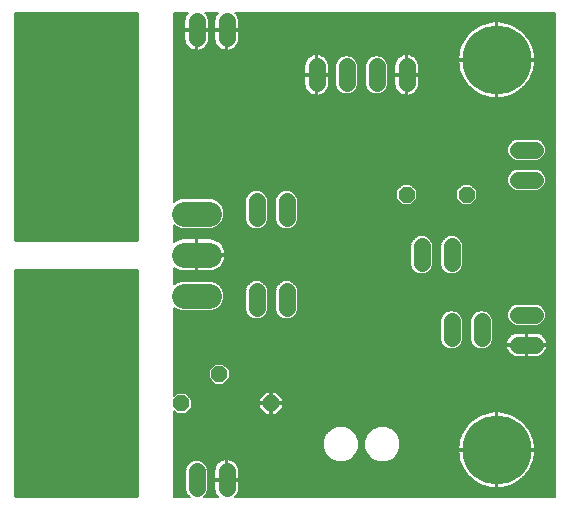
<source format=gbl>
G75*
%MOIN*%
%OFA0B0*%
%FSLAX25Y25*%
%IPPOS*%
%LPD*%
%AMOC8*
5,1,8,0,0,1.08239X$1,22.5*
%
%ADD10C,0.05600*%
%ADD11OC8,0.05200*%
%ADD12R,0.34449X0.20472*%
%ADD13C,0.23000*%
%ADD14C,0.35433*%
%ADD15C,0.08400*%
%ADD16C,0.01000*%
%ADD17C,0.03569*%
%ADD18C,0.00600*%
D10*
X0026937Y0011496D02*
X0026937Y0017096D01*
X0036937Y0017096D02*
X0036937Y0011496D01*
X0066937Y0011496D02*
X0066937Y0017096D01*
X0076937Y0017096D02*
X0076937Y0011496D01*
X0086937Y0071496D02*
X0086937Y0077096D01*
X0096937Y0077096D02*
X0096937Y0071496D01*
X0096937Y0101496D02*
X0096937Y0107096D01*
X0086937Y0107096D02*
X0086937Y0101496D01*
X0106937Y0146496D02*
X0106937Y0152096D01*
X0116937Y0152096D02*
X0116937Y0146496D01*
X0126937Y0146496D02*
X0126937Y0152096D01*
X0136937Y0152096D02*
X0136937Y0146496D01*
X0174137Y0124296D02*
X0179737Y0124296D01*
X0179737Y0114296D02*
X0174137Y0114296D01*
X0151937Y0092096D02*
X0151937Y0086496D01*
X0141937Y0086496D02*
X0141937Y0092096D01*
X0151937Y0067096D02*
X0151937Y0061496D01*
X0161937Y0061496D02*
X0161937Y0067096D01*
X0174137Y0069296D02*
X0179737Y0069296D01*
X0179737Y0059296D02*
X0174137Y0059296D01*
X0076937Y0161496D02*
X0076937Y0167096D01*
X0066937Y0167096D02*
X0066937Y0161496D01*
D11*
X0136937Y0109296D03*
X0156937Y0109296D03*
X0091805Y0039786D03*
X0074452Y0049566D03*
X0061805Y0039786D03*
X0044452Y0049566D03*
D12*
X0026937Y0068037D03*
X0026937Y0110556D03*
D13*
X0166937Y0154296D03*
X0166937Y0024296D03*
D14*
X0026937Y0036796D03*
X0026937Y0141796D03*
D15*
X0062737Y0103076D02*
X0071137Y0103076D01*
X0071137Y0089296D02*
X0062737Y0089296D01*
X0062737Y0075517D02*
X0071137Y0075517D01*
D16*
X0006437Y0084296D02*
X0006437Y0008796D01*
X0046937Y0008796D01*
X0046937Y0084296D01*
X0006437Y0084296D01*
X0006437Y0084177D02*
X0046937Y0084177D01*
X0046937Y0083179D02*
X0006437Y0083179D01*
X0006437Y0082180D02*
X0046937Y0082180D01*
X0046937Y0081182D02*
X0006437Y0081182D01*
X0006437Y0080183D02*
X0046937Y0080183D01*
X0046937Y0079185D02*
X0006437Y0079185D01*
X0006437Y0078186D02*
X0046937Y0078186D01*
X0046937Y0077188D02*
X0006437Y0077188D01*
X0006437Y0076189D02*
X0046937Y0076189D01*
X0046937Y0075191D02*
X0006437Y0075191D01*
X0006437Y0074192D02*
X0046937Y0074192D01*
X0046937Y0073194D02*
X0006437Y0073194D01*
X0006437Y0072195D02*
X0046937Y0072195D01*
X0046937Y0071197D02*
X0006437Y0071197D01*
X0006437Y0070198D02*
X0046937Y0070198D01*
X0046937Y0069200D02*
X0006437Y0069200D01*
X0006437Y0068201D02*
X0046937Y0068201D01*
X0046937Y0067203D02*
X0006437Y0067203D01*
X0006437Y0066204D02*
X0046937Y0066204D01*
X0046937Y0065206D02*
X0006437Y0065206D01*
X0006437Y0064207D02*
X0046937Y0064207D01*
X0046937Y0063209D02*
X0006437Y0063209D01*
X0006437Y0062210D02*
X0046937Y0062210D01*
X0046937Y0061212D02*
X0006437Y0061212D01*
X0006437Y0060213D02*
X0046937Y0060213D01*
X0046937Y0059215D02*
X0006437Y0059215D01*
X0006437Y0058216D02*
X0046937Y0058216D01*
X0046937Y0057217D02*
X0006437Y0057217D01*
X0006437Y0056219D02*
X0046937Y0056219D01*
X0046937Y0055220D02*
X0006437Y0055220D01*
X0006437Y0054222D02*
X0046937Y0054222D01*
X0046937Y0053223D02*
X0006437Y0053223D01*
X0006437Y0052225D02*
X0046937Y0052225D01*
X0046937Y0051226D02*
X0006437Y0051226D01*
X0006437Y0050228D02*
X0046937Y0050228D01*
X0046937Y0049229D02*
X0006437Y0049229D01*
X0006437Y0048231D02*
X0046937Y0048231D01*
X0046937Y0047232D02*
X0006437Y0047232D01*
X0006437Y0046234D02*
X0046937Y0046234D01*
X0046937Y0045235D02*
X0006437Y0045235D01*
X0006437Y0044237D02*
X0046937Y0044237D01*
X0046937Y0043238D02*
X0006437Y0043238D01*
X0006437Y0042240D02*
X0046937Y0042240D01*
X0046937Y0041241D02*
X0006437Y0041241D01*
X0006437Y0040243D02*
X0046937Y0040243D01*
X0046937Y0039244D02*
X0006437Y0039244D01*
X0006437Y0038246D02*
X0046937Y0038246D01*
X0046937Y0037247D02*
X0006437Y0037247D01*
X0006437Y0036249D02*
X0046937Y0036249D01*
X0046937Y0035250D02*
X0006437Y0035250D01*
X0006437Y0034252D02*
X0046937Y0034252D01*
X0046937Y0033253D02*
X0006437Y0033253D01*
X0006437Y0032255D02*
X0046937Y0032255D01*
X0046937Y0031256D02*
X0006437Y0031256D01*
X0006437Y0030258D02*
X0046937Y0030258D01*
X0046937Y0029259D02*
X0006437Y0029259D01*
X0006437Y0028261D02*
X0046937Y0028261D01*
X0046937Y0027262D02*
X0006437Y0027262D01*
X0006437Y0026264D02*
X0046937Y0026264D01*
X0046937Y0025265D02*
X0006437Y0025265D01*
X0006437Y0024267D02*
X0046937Y0024267D01*
X0046937Y0023268D02*
X0006437Y0023268D01*
X0006437Y0022270D02*
X0046937Y0022270D01*
X0046937Y0021271D02*
X0006437Y0021271D01*
X0006437Y0020273D02*
X0046937Y0020273D01*
X0046937Y0019274D02*
X0006437Y0019274D01*
X0006437Y0018276D02*
X0046937Y0018276D01*
X0046937Y0017277D02*
X0006437Y0017277D01*
X0006437Y0016279D02*
X0046937Y0016279D01*
X0046937Y0015280D02*
X0006437Y0015280D01*
X0006437Y0014281D02*
X0046937Y0014281D01*
X0046937Y0013283D02*
X0006437Y0013283D01*
X0006437Y0012284D02*
X0046937Y0012284D01*
X0046937Y0011286D02*
X0006437Y0011286D01*
X0006437Y0010287D02*
X0046937Y0010287D01*
X0046937Y0009289D02*
X0006437Y0009289D01*
X0006437Y0094296D02*
X0006437Y0169757D01*
X0046937Y0169757D01*
X0046937Y0094296D01*
X0006437Y0094296D01*
X0006437Y0095161D02*
X0046937Y0095161D01*
X0046937Y0096159D02*
X0006437Y0096159D01*
X0006437Y0097158D02*
X0046937Y0097158D01*
X0046937Y0098156D02*
X0006437Y0098156D01*
X0006437Y0099155D02*
X0046937Y0099155D01*
X0046937Y0100153D02*
X0006437Y0100153D01*
X0006437Y0101152D02*
X0046937Y0101152D01*
X0046937Y0102150D02*
X0006437Y0102150D01*
X0006437Y0103149D02*
X0046937Y0103149D01*
X0046937Y0104148D02*
X0006437Y0104148D01*
X0006437Y0105146D02*
X0046937Y0105146D01*
X0046937Y0106145D02*
X0006437Y0106145D01*
X0006437Y0107143D02*
X0046937Y0107143D01*
X0046937Y0108142D02*
X0006437Y0108142D01*
X0006437Y0109140D02*
X0046937Y0109140D01*
X0046937Y0110139D02*
X0006437Y0110139D01*
X0006437Y0111137D02*
X0046937Y0111137D01*
X0046937Y0112136D02*
X0006437Y0112136D01*
X0006437Y0113134D02*
X0046937Y0113134D01*
X0046937Y0114133D02*
X0006437Y0114133D01*
X0006437Y0115131D02*
X0046937Y0115131D01*
X0046937Y0116130D02*
X0006437Y0116130D01*
X0006437Y0117128D02*
X0046937Y0117128D01*
X0046937Y0118127D02*
X0006437Y0118127D01*
X0006437Y0119125D02*
X0046937Y0119125D01*
X0046937Y0120124D02*
X0006437Y0120124D01*
X0006437Y0121122D02*
X0046937Y0121122D01*
X0046937Y0122121D02*
X0006437Y0122121D01*
X0006437Y0123119D02*
X0046937Y0123119D01*
X0046937Y0124118D02*
X0006437Y0124118D01*
X0006437Y0125116D02*
X0046937Y0125116D01*
X0046937Y0126115D02*
X0006437Y0126115D01*
X0006437Y0127113D02*
X0046937Y0127113D01*
X0046937Y0128112D02*
X0006437Y0128112D01*
X0006437Y0129110D02*
X0046937Y0129110D01*
X0046937Y0130109D02*
X0006437Y0130109D01*
X0006437Y0131107D02*
X0046937Y0131107D01*
X0046937Y0132106D02*
X0006437Y0132106D01*
X0006437Y0133104D02*
X0046937Y0133104D01*
X0046937Y0134103D02*
X0006437Y0134103D01*
X0006437Y0135101D02*
X0046937Y0135101D01*
X0046937Y0136100D02*
X0006437Y0136100D01*
X0006437Y0137098D02*
X0046937Y0137098D01*
X0046937Y0138097D02*
X0006437Y0138097D01*
X0006437Y0139095D02*
X0046937Y0139095D01*
X0046937Y0140094D02*
X0006437Y0140094D01*
X0006437Y0141092D02*
X0046937Y0141092D01*
X0046937Y0142091D02*
X0006437Y0142091D01*
X0006437Y0143089D02*
X0046937Y0143089D01*
X0046937Y0144088D02*
X0006437Y0144088D01*
X0006437Y0145086D02*
X0046937Y0145086D01*
X0046937Y0146085D02*
X0006437Y0146085D01*
X0006437Y0147084D02*
X0046937Y0147084D01*
X0046937Y0148082D02*
X0006437Y0148082D01*
X0006437Y0149081D02*
X0046937Y0149081D01*
X0046937Y0150079D02*
X0006437Y0150079D01*
X0006437Y0151078D02*
X0046937Y0151078D01*
X0046937Y0152076D02*
X0006437Y0152076D01*
X0006437Y0153075D02*
X0046937Y0153075D01*
X0046937Y0154073D02*
X0006437Y0154073D01*
X0006437Y0155072D02*
X0046937Y0155072D01*
X0046937Y0156070D02*
X0006437Y0156070D01*
X0006437Y0157069D02*
X0046937Y0157069D01*
X0046937Y0158067D02*
X0006437Y0158067D01*
X0006437Y0159066D02*
X0046937Y0159066D01*
X0046937Y0160064D02*
X0006437Y0160064D01*
X0006437Y0161063D02*
X0046937Y0161063D01*
X0046937Y0162061D02*
X0006437Y0162061D01*
X0006437Y0163060D02*
X0046937Y0163060D01*
X0046937Y0164058D02*
X0006437Y0164058D01*
X0006437Y0165057D02*
X0046937Y0165057D01*
X0046937Y0166055D02*
X0006437Y0166055D01*
X0006437Y0167054D02*
X0046937Y0167054D01*
X0046937Y0168052D02*
X0006437Y0168052D01*
X0006437Y0169051D02*
X0046937Y0169051D01*
D17*
X0041937Y0124296D03*
X0041937Y0119296D03*
X0036937Y0119296D03*
X0031937Y0119296D03*
X0026937Y0119296D03*
X0021937Y0119296D03*
X0016937Y0119296D03*
X0011937Y0119296D03*
X0011937Y0124296D03*
X0011937Y0059296D03*
X0016937Y0059296D03*
X0021937Y0059296D03*
X0026937Y0059296D03*
X0031937Y0059296D03*
X0036937Y0059296D03*
X0041937Y0059296D03*
X0041937Y0054296D03*
X0011937Y0054296D03*
D18*
X0059437Y0054571D02*
X0186338Y0054571D01*
X0186338Y0053973D02*
X0059437Y0053973D01*
X0059437Y0053374D02*
X0186338Y0053374D01*
X0186338Y0052776D02*
X0076192Y0052776D01*
X0075902Y0053066D02*
X0073002Y0053066D01*
X0070952Y0051016D01*
X0070952Y0048116D01*
X0073002Y0046066D01*
X0075902Y0046066D01*
X0077952Y0048116D01*
X0077952Y0051016D01*
X0075902Y0053066D01*
X0076790Y0052177D02*
X0186338Y0052177D01*
X0186338Y0051579D02*
X0077389Y0051579D01*
X0077952Y0050980D02*
X0186338Y0050980D01*
X0186338Y0050382D02*
X0077952Y0050382D01*
X0077952Y0049783D02*
X0186338Y0049783D01*
X0186338Y0049185D02*
X0077952Y0049185D01*
X0077952Y0048586D02*
X0186338Y0048586D01*
X0186338Y0047988D02*
X0077824Y0047988D01*
X0077225Y0047389D02*
X0186338Y0047389D01*
X0186338Y0046791D02*
X0076627Y0046791D01*
X0076028Y0046192D02*
X0186338Y0046192D01*
X0186338Y0045594D02*
X0059437Y0045594D01*
X0059437Y0046192D02*
X0072876Y0046192D01*
X0072277Y0046791D02*
X0059437Y0046791D01*
X0059437Y0047389D02*
X0071679Y0047389D01*
X0071080Y0047988D02*
X0059437Y0047988D01*
X0059437Y0048586D02*
X0070952Y0048586D01*
X0070952Y0049185D02*
X0059437Y0049185D01*
X0059437Y0049783D02*
X0070952Y0049783D01*
X0070952Y0050382D02*
X0059437Y0050382D01*
X0059437Y0050980D02*
X0070952Y0050980D01*
X0071515Y0051579D02*
X0059437Y0051579D01*
X0059437Y0052177D02*
X0072114Y0052177D01*
X0072712Y0052776D02*
X0059437Y0052776D01*
X0059437Y0055170D02*
X0186338Y0055170D01*
X0186338Y0055768D02*
X0181844Y0055768D01*
X0181886Y0055790D02*
X0182408Y0056169D01*
X0182864Y0056625D01*
X0183244Y0057148D01*
X0183537Y0057723D01*
X0183736Y0058336D01*
X0183837Y0058974D01*
X0183837Y0058996D01*
X0177237Y0058996D01*
X0177237Y0055196D01*
X0180060Y0055196D01*
X0180697Y0055297D01*
X0181311Y0055497D01*
X0181886Y0055790D01*
X0182606Y0056367D02*
X0186338Y0056367D01*
X0186338Y0056965D02*
X0183111Y0056965D01*
X0183456Y0057564D02*
X0186338Y0057564D01*
X0186338Y0058162D02*
X0183680Y0058162D01*
X0183803Y0058761D02*
X0186338Y0058761D01*
X0186338Y0059359D02*
X0177237Y0059359D01*
X0177237Y0059596D02*
X0183837Y0059596D01*
X0183837Y0059619D01*
X0183736Y0060256D01*
X0183537Y0060870D01*
X0183244Y0061445D01*
X0182864Y0061967D01*
X0182408Y0062424D01*
X0181886Y0062803D01*
X0181311Y0063096D01*
X0180697Y0063295D01*
X0180060Y0063396D01*
X0177237Y0063396D01*
X0177237Y0059596D01*
X0177237Y0058996D01*
X0176637Y0058996D01*
X0176637Y0055196D01*
X0173814Y0055196D01*
X0173177Y0055297D01*
X0172563Y0055497D01*
X0171988Y0055790D01*
X0171466Y0056169D01*
X0171010Y0056625D01*
X0170630Y0057148D01*
X0170337Y0057723D01*
X0170138Y0058336D01*
X0170037Y0058974D01*
X0170037Y0058996D01*
X0176637Y0058996D01*
X0176637Y0059596D01*
X0170037Y0059596D01*
X0170037Y0059619D01*
X0170138Y0060256D01*
X0170337Y0060870D01*
X0170630Y0061445D01*
X0171010Y0061967D01*
X0171466Y0062424D01*
X0171988Y0062803D01*
X0172563Y0063096D01*
X0173177Y0063295D01*
X0173814Y0063396D01*
X0176637Y0063396D01*
X0176637Y0059596D01*
X0177237Y0059596D01*
X0177237Y0059958D02*
X0176637Y0059958D01*
X0176637Y0060556D02*
X0177237Y0060556D01*
X0177237Y0061155D02*
X0176637Y0061155D01*
X0176637Y0061753D02*
X0177237Y0061753D01*
X0177237Y0062352D02*
X0176637Y0062352D01*
X0176637Y0062950D02*
X0177237Y0062950D01*
X0180473Y0065596D02*
X0181833Y0066160D01*
X0182874Y0067200D01*
X0183437Y0068560D01*
X0183437Y0070032D01*
X0182874Y0071392D01*
X0181833Y0072433D01*
X0180473Y0072996D01*
X0173401Y0072996D01*
X0172041Y0072433D01*
X0171000Y0071392D01*
X0170437Y0070032D01*
X0170437Y0068560D01*
X0171000Y0067200D01*
X0172041Y0066160D01*
X0173401Y0065596D01*
X0180473Y0065596D01*
X0181310Y0065943D02*
X0186338Y0065943D01*
X0186338Y0065345D02*
X0165637Y0065345D01*
X0165637Y0065943D02*
X0172564Y0065943D01*
X0171659Y0066542D02*
X0165637Y0066542D01*
X0165637Y0067140D02*
X0171061Y0067140D01*
X0170777Y0067739D02*
X0165637Y0067739D01*
X0165637Y0067832D02*
X0165074Y0069192D01*
X0164033Y0070233D01*
X0162673Y0070796D01*
X0161201Y0070796D01*
X0159841Y0070233D01*
X0158800Y0069192D01*
X0158237Y0067832D01*
X0158237Y0060760D01*
X0158800Y0059400D01*
X0159841Y0058360D01*
X0161201Y0057796D01*
X0162673Y0057796D01*
X0164033Y0058360D01*
X0165074Y0059400D01*
X0165637Y0060760D01*
X0165637Y0067832D01*
X0165428Y0068337D02*
X0170529Y0068337D01*
X0170437Y0068936D02*
X0165180Y0068936D01*
X0164732Y0069534D02*
X0170437Y0069534D01*
X0170479Y0070133D02*
X0164133Y0070133D01*
X0162830Y0070731D02*
X0170726Y0070731D01*
X0170974Y0071330D02*
X0100637Y0071330D01*
X0100637Y0070760D02*
X0100074Y0069400D01*
X0099033Y0068360D01*
X0097673Y0067796D01*
X0096201Y0067796D01*
X0094841Y0068360D01*
X0093800Y0069400D01*
X0093237Y0070760D01*
X0093237Y0077832D01*
X0093800Y0079192D01*
X0094841Y0080233D01*
X0096201Y0080796D01*
X0097673Y0080796D01*
X0099033Y0080233D01*
X0100074Y0079192D01*
X0100637Y0077832D01*
X0100637Y0070760D01*
X0100625Y0070731D02*
X0151044Y0070731D01*
X0151201Y0070796D02*
X0149841Y0070233D01*
X0148800Y0069192D01*
X0148237Y0067832D01*
X0148237Y0060760D01*
X0148800Y0059400D01*
X0149841Y0058360D01*
X0151201Y0057796D01*
X0152673Y0057796D01*
X0154033Y0058360D01*
X0155074Y0059400D01*
X0155637Y0060760D01*
X0155637Y0067832D01*
X0155074Y0069192D01*
X0154033Y0070233D01*
X0152673Y0070796D01*
X0151201Y0070796D01*
X0149741Y0070133D02*
X0100377Y0070133D01*
X0100129Y0069534D02*
X0149142Y0069534D01*
X0148694Y0068936D02*
X0099609Y0068936D01*
X0098978Y0068337D02*
X0148446Y0068337D01*
X0148237Y0067739D02*
X0059437Y0067739D01*
X0059437Y0068337D02*
X0084896Y0068337D01*
X0084841Y0068360D02*
X0086201Y0067796D01*
X0087673Y0067796D01*
X0089033Y0068360D01*
X0090074Y0069400D01*
X0090637Y0070760D01*
X0090637Y0077832D01*
X0090074Y0079192D01*
X0089033Y0080233D01*
X0087673Y0080796D01*
X0086201Y0080796D01*
X0084841Y0080233D01*
X0083800Y0079192D01*
X0083237Y0077832D01*
X0083237Y0070760D01*
X0083800Y0069400D01*
X0084841Y0068360D01*
X0084265Y0068936D02*
X0059437Y0068936D01*
X0059437Y0069534D02*
X0083745Y0069534D01*
X0083497Y0070133D02*
X0059437Y0070133D01*
X0059437Y0070731D02*
X0060964Y0070731D01*
X0061723Y0070417D02*
X0059848Y0071193D01*
X0059437Y0071604D01*
X0059437Y0042368D01*
X0060356Y0043286D01*
X0063255Y0043286D01*
X0065305Y0041236D01*
X0065305Y0038337D01*
X0063255Y0036286D01*
X0060356Y0036286D01*
X0059437Y0037205D01*
X0059437Y0008596D01*
X0064604Y0008596D01*
X0063800Y0009400D01*
X0063237Y0010760D01*
X0063237Y0017832D01*
X0063800Y0019192D01*
X0064841Y0020233D01*
X0066201Y0020796D01*
X0067673Y0020796D01*
X0069033Y0020233D01*
X0070074Y0019192D01*
X0070637Y0017832D01*
X0070637Y0010760D01*
X0070074Y0009400D01*
X0069270Y0008596D01*
X0074039Y0008596D01*
X0073810Y0008825D01*
X0073430Y0009348D01*
X0073137Y0009923D01*
X0072938Y0010536D01*
X0072837Y0011174D01*
X0072837Y0013996D01*
X0076637Y0013996D01*
X0076637Y0014596D01*
X0072837Y0014596D01*
X0072837Y0017419D01*
X0072938Y0018056D01*
X0073137Y0018670D01*
X0073430Y0019245D01*
X0073810Y0019767D01*
X0074266Y0020224D01*
X0074788Y0020603D01*
X0075363Y0020896D01*
X0075977Y0021095D01*
X0076614Y0021196D01*
X0076637Y0021196D01*
X0076637Y0014596D01*
X0077237Y0014596D01*
X0081037Y0014596D01*
X0081037Y0017419D01*
X0080936Y0018056D01*
X0080737Y0018670D01*
X0080444Y0019245D01*
X0080064Y0019767D01*
X0079608Y0020224D01*
X0079086Y0020603D01*
X0078511Y0020896D01*
X0077897Y0021095D01*
X0077260Y0021196D01*
X0077237Y0021196D01*
X0077237Y0014596D01*
X0077237Y0013996D01*
X0081037Y0013996D01*
X0081037Y0011174D01*
X0080936Y0010536D01*
X0080737Y0009923D01*
X0080444Y0009348D01*
X0080064Y0008825D01*
X0079835Y0008596D01*
X0186338Y0008596D01*
X0186338Y0169957D01*
X0079875Y0169957D01*
X0080064Y0169767D01*
X0080444Y0169245D01*
X0080737Y0168670D01*
X0080936Y0168056D01*
X0081037Y0167419D01*
X0081037Y0164596D01*
X0077237Y0164596D01*
X0077237Y0163996D01*
X0077237Y0157396D01*
X0077260Y0157396D01*
X0077897Y0157497D01*
X0078511Y0157697D01*
X0079086Y0157990D01*
X0079608Y0158369D01*
X0080064Y0158825D01*
X0080444Y0159348D01*
X0080737Y0159923D01*
X0080936Y0160536D01*
X0081037Y0161174D01*
X0081037Y0163996D01*
X0077237Y0163996D01*
X0076637Y0163996D01*
X0076637Y0157396D01*
X0076614Y0157396D01*
X0075977Y0157497D01*
X0075363Y0157697D01*
X0074788Y0157990D01*
X0074266Y0158369D01*
X0073810Y0158825D01*
X0073430Y0159348D01*
X0073137Y0159923D01*
X0072938Y0160536D01*
X0072837Y0161174D01*
X0072837Y0163996D01*
X0076637Y0163996D01*
X0076637Y0164596D01*
X0072837Y0164596D01*
X0072837Y0167419D01*
X0072938Y0168056D01*
X0073137Y0168670D01*
X0073430Y0169245D01*
X0073810Y0169767D01*
X0073999Y0169957D01*
X0069875Y0169957D01*
X0070064Y0169767D01*
X0070444Y0169245D01*
X0070737Y0168670D01*
X0070936Y0168056D01*
X0071037Y0167419D01*
X0071037Y0164596D01*
X0067237Y0164596D01*
X0067237Y0163996D01*
X0067237Y0157396D01*
X0067260Y0157396D01*
X0067897Y0157497D01*
X0068511Y0157697D01*
X0069086Y0157990D01*
X0069608Y0158369D01*
X0070064Y0158825D01*
X0070444Y0159348D01*
X0070737Y0159923D01*
X0070936Y0160536D01*
X0071037Y0161174D01*
X0071037Y0163996D01*
X0067237Y0163996D01*
X0066637Y0163996D01*
X0066637Y0157396D01*
X0066614Y0157396D01*
X0065977Y0157497D01*
X0065363Y0157697D01*
X0064788Y0157990D01*
X0064266Y0158369D01*
X0063810Y0158825D01*
X0063430Y0159348D01*
X0063137Y0159923D01*
X0062938Y0160536D01*
X0062837Y0161174D01*
X0062837Y0163996D01*
X0066637Y0163996D01*
X0066637Y0164596D01*
X0062837Y0164596D01*
X0062837Y0167419D01*
X0062938Y0168056D01*
X0063137Y0168670D01*
X0063430Y0169245D01*
X0063810Y0169767D01*
X0063999Y0169957D01*
X0059437Y0169957D01*
X0059437Y0106988D01*
X0059848Y0107399D01*
X0061723Y0108176D01*
X0072151Y0108176D01*
X0074026Y0107399D01*
X0075461Y0105965D01*
X0076237Y0104090D01*
X0076237Y0102061D01*
X0075461Y0100187D01*
X0074026Y0098752D01*
X0072151Y0097976D01*
X0061723Y0097976D01*
X0059848Y0098752D01*
X0059437Y0099163D01*
X0059437Y0093697D01*
X0059854Y0094000D01*
X0060626Y0094393D01*
X0061449Y0094661D01*
X0062304Y0094796D01*
X0066637Y0094796D01*
X0066637Y0089596D01*
X0067237Y0089596D01*
X0076637Y0089596D01*
X0076637Y0089729D01*
X0076502Y0090584D01*
X0076234Y0091408D01*
X0075841Y0092179D01*
X0075332Y0092879D01*
X0074720Y0093492D01*
X0074020Y0094000D01*
X0073248Y0094393D01*
X0072425Y0094661D01*
X0071570Y0094796D01*
X0067237Y0094796D01*
X0067237Y0089596D01*
X0067237Y0088996D01*
X0067237Y0083796D01*
X0071570Y0083796D01*
X0072425Y0083932D01*
X0073248Y0084199D01*
X0074020Y0084592D01*
X0074720Y0085101D01*
X0075332Y0085713D01*
X0075841Y0086414D01*
X0076234Y0087185D01*
X0076502Y0088008D01*
X0076637Y0088864D01*
X0076637Y0088996D01*
X0067237Y0088996D01*
X0066637Y0088996D01*
X0066637Y0083796D01*
X0062304Y0083796D01*
X0061449Y0083932D01*
X0060626Y0084199D01*
X0059854Y0084592D01*
X0059437Y0084896D01*
X0059437Y0079429D01*
X0059848Y0079840D01*
X0061723Y0080617D01*
X0072151Y0080617D01*
X0074026Y0079840D01*
X0075461Y0078406D01*
X0076237Y0076531D01*
X0076237Y0074502D01*
X0075461Y0072628D01*
X0074026Y0071193D01*
X0072151Y0070417D01*
X0061723Y0070417D01*
X0059712Y0071330D02*
X0059437Y0071330D01*
X0059437Y0067140D02*
X0148237Y0067140D01*
X0148237Y0066542D02*
X0059437Y0066542D01*
X0059437Y0065943D02*
X0148237Y0065943D01*
X0148237Y0065345D02*
X0059437Y0065345D01*
X0059437Y0064746D02*
X0148237Y0064746D01*
X0148237Y0064148D02*
X0059437Y0064148D01*
X0059437Y0063549D02*
X0148237Y0063549D01*
X0148237Y0062950D02*
X0059437Y0062950D01*
X0059437Y0062352D02*
X0148237Y0062352D01*
X0148237Y0061753D02*
X0059437Y0061753D01*
X0059437Y0061155D02*
X0148237Y0061155D01*
X0148321Y0060556D02*
X0059437Y0060556D01*
X0059437Y0059958D02*
X0148569Y0059958D01*
X0148841Y0059359D02*
X0059437Y0059359D01*
X0059437Y0058761D02*
X0149440Y0058761D01*
X0150317Y0058162D02*
X0059437Y0058162D01*
X0059437Y0057564D02*
X0170418Y0057564D01*
X0170194Y0058162D02*
X0163557Y0058162D01*
X0164434Y0058761D02*
X0170071Y0058761D01*
X0170091Y0059958D02*
X0165305Y0059958D01*
X0165553Y0060556D02*
X0170235Y0060556D01*
X0170482Y0061155D02*
X0165637Y0061155D01*
X0165637Y0061753D02*
X0170854Y0061753D01*
X0171394Y0062352D02*
X0165637Y0062352D01*
X0165637Y0062950D02*
X0172278Y0062950D01*
X0176637Y0059359D02*
X0165033Y0059359D01*
X0165637Y0063549D02*
X0186338Y0063549D01*
X0186338Y0062950D02*
X0181596Y0062950D01*
X0182480Y0062352D02*
X0186338Y0062352D01*
X0186338Y0061753D02*
X0183020Y0061753D01*
X0183392Y0061155D02*
X0186338Y0061155D01*
X0186338Y0060556D02*
X0183639Y0060556D01*
X0183783Y0059958D02*
X0186338Y0059958D01*
X0186338Y0064148D02*
X0165637Y0064148D01*
X0165637Y0064746D02*
X0186338Y0064746D01*
X0186338Y0066542D02*
X0182215Y0066542D01*
X0182813Y0067140D02*
X0186338Y0067140D01*
X0186338Y0067739D02*
X0183097Y0067739D01*
X0183345Y0068337D02*
X0186338Y0068337D01*
X0186338Y0068936D02*
X0183437Y0068936D01*
X0183437Y0069534D02*
X0186338Y0069534D01*
X0186338Y0070133D02*
X0183395Y0070133D01*
X0183148Y0070731D02*
X0186338Y0070731D01*
X0186338Y0071330D02*
X0182900Y0071330D01*
X0182338Y0071928D02*
X0186338Y0071928D01*
X0186338Y0072527D02*
X0181607Y0072527D01*
X0186338Y0073125D02*
X0100637Y0073125D01*
X0100637Y0072527D02*
X0172267Y0072527D01*
X0171536Y0071928D02*
X0100637Y0071928D01*
X0100637Y0073724D02*
X0186338Y0073724D01*
X0186338Y0074322D02*
X0100637Y0074322D01*
X0100637Y0074921D02*
X0186338Y0074921D01*
X0186338Y0075519D02*
X0100637Y0075519D01*
X0100637Y0076118D02*
X0186338Y0076118D01*
X0186338Y0076716D02*
X0100637Y0076716D01*
X0100637Y0077315D02*
X0186338Y0077315D01*
X0186338Y0077913D02*
X0100603Y0077913D01*
X0100356Y0078512D02*
X0186338Y0078512D01*
X0186338Y0079110D02*
X0100108Y0079110D01*
X0099557Y0079709D02*
X0186338Y0079709D01*
X0186338Y0080307D02*
X0098854Y0080307D01*
X0095020Y0080307D02*
X0088854Y0080307D01*
X0089557Y0079709D02*
X0094317Y0079709D01*
X0093766Y0079110D02*
X0090108Y0079110D01*
X0090356Y0078512D02*
X0093518Y0078512D01*
X0093271Y0077913D02*
X0090603Y0077913D01*
X0090637Y0077315D02*
X0093237Y0077315D01*
X0093237Y0076716D02*
X0090637Y0076716D01*
X0090637Y0076118D02*
X0093237Y0076118D01*
X0093237Y0075519D02*
X0090637Y0075519D01*
X0090637Y0074921D02*
X0093237Y0074921D01*
X0093237Y0074322D02*
X0090637Y0074322D01*
X0090637Y0073724D02*
X0093237Y0073724D01*
X0093237Y0073125D02*
X0090637Y0073125D01*
X0090637Y0072527D02*
X0093237Y0072527D01*
X0093237Y0071928D02*
X0090637Y0071928D01*
X0090637Y0071330D02*
X0093237Y0071330D01*
X0093249Y0070731D02*
X0090625Y0070731D01*
X0090377Y0070133D02*
X0093497Y0070133D01*
X0093745Y0069534D02*
X0090129Y0069534D01*
X0089609Y0068936D02*
X0094265Y0068936D01*
X0094896Y0068337D02*
X0088978Y0068337D01*
X0083249Y0070731D02*
X0072910Y0070731D01*
X0074162Y0071330D02*
X0083237Y0071330D01*
X0083237Y0071928D02*
X0074761Y0071928D01*
X0075359Y0072527D02*
X0083237Y0072527D01*
X0083237Y0073125D02*
X0075667Y0073125D01*
X0075914Y0073724D02*
X0083237Y0073724D01*
X0083237Y0074322D02*
X0076162Y0074322D01*
X0076237Y0074921D02*
X0083237Y0074921D01*
X0083237Y0075519D02*
X0076237Y0075519D01*
X0076237Y0076118D02*
X0083237Y0076118D01*
X0083237Y0076716D02*
X0076160Y0076716D01*
X0075912Y0077315D02*
X0083237Y0077315D01*
X0083271Y0077913D02*
X0075665Y0077913D01*
X0075355Y0078512D02*
X0083518Y0078512D01*
X0083766Y0079110D02*
X0074756Y0079110D01*
X0074158Y0079709D02*
X0084317Y0079709D01*
X0085020Y0080307D02*
X0072899Y0080307D01*
X0072214Y0083898D02*
X0139302Y0083898D01*
X0138800Y0084400D02*
X0139841Y0083360D01*
X0141201Y0082796D01*
X0142673Y0082796D01*
X0144033Y0083360D01*
X0145074Y0084400D01*
X0145637Y0085760D01*
X0145637Y0092832D01*
X0145074Y0094192D01*
X0144033Y0095233D01*
X0142673Y0095796D01*
X0141201Y0095796D01*
X0139841Y0095233D01*
X0138800Y0094192D01*
X0138237Y0092832D01*
X0138237Y0085760D01*
X0138800Y0084400D01*
X0138760Y0084497D02*
X0073832Y0084497D01*
X0074712Y0085095D02*
X0138512Y0085095D01*
X0138265Y0085694D02*
X0075313Y0085694D01*
X0075753Y0086292D02*
X0138237Y0086292D01*
X0138237Y0086891D02*
X0076084Y0086891D01*
X0076333Y0087489D02*
X0138237Y0087489D01*
X0138237Y0088088D02*
X0076514Y0088088D01*
X0076609Y0088686D02*
X0138237Y0088686D01*
X0138237Y0089285D02*
X0067237Y0089285D01*
X0067237Y0089884D02*
X0066637Y0089884D01*
X0066637Y0090482D02*
X0067237Y0090482D01*
X0067237Y0091081D02*
X0066637Y0091081D01*
X0066637Y0091679D02*
X0067237Y0091679D01*
X0067237Y0092278D02*
X0066637Y0092278D01*
X0066637Y0092876D02*
X0067237Y0092876D01*
X0067237Y0093475D02*
X0066637Y0093475D01*
X0066637Y0094073D02*
X0067237Y0094073D01*
X0067237Y0094672D02*
X0066637Y0094672D01*
X0061516Y0094672D02*
X0059437Y0094672D01*
X0059437Y0095270D02*
X0139930Y0095270D01*
X0139280Y0094672D02*
X0072358Y0094672D01*
X0073877Y0094073D02*
X0138751Y0094073D01*
X0138503Y0093475D02*
X0074737Y0093475D01*
X0075335Y0092876D02*
X0138255Y0092876D01*
X0138237Y0092278D02*
X0075769Y0092278D01*
X0076096Y0091679D02*
X0138237Y0091679D01*
X0138237Y0091081D02*
X0076340Y0091081D01*
X0076518Y0090482D02*
X0138237Y0090482D01*
X0138237Y0089884D02*
X0076613Y0089884D01*
X0072844Y0098263D02*
X0085075Y0098263D01*
X0084841Y0098360D02*
X0086201Y0097796D01*
X0087673Y0097796D01*
X0089033Y0098360D01*
X0090074Y0099400D01*
X0090637Y0100760D01*
X0090637Y0107832D01*
X0090074Y0109192D01*
X0089033Y0110233D01*
X0094841Y0110233D01*
X0093800Y0109192D01*
X0093237Y0107832D01*
X0093237Y0100760D01*
X0093800Y0099400D01*
X0094841Y0098360D01*
X0096201Y0097796D01*
X0097673Y0097796D01*
X0099033Y0098360D01*
X0100074Y0099400D01*
X0100637Y0100760D01*
X0100637Y0107832D01*
X0100074Y0109192D01*
X0099033Y0110233D01*
X0133437Y0110233D01*
X0133437Y0110746D02*
X0133437Y0107847D01*
X0135487Y0105796D01*
X0138387Y0105796D01*
X0140437Y0107847D01*
X0140437Y0110746D01*
X0138387Y0112796D01*
X0135487Y0112796D01*
X0133437Y0110746D01*
X0133522Y0110831D02*
X0059437Y0110831D01*
X0059437Y0110233D02*
X0084841Y0110233D01*
X0083800Y0109192D01*
X0083237Y0107832D01*
X0083237Y0100760D01*
X0083800Y0099400D01*
X0084841Y0098360D01*
X0084340Y0098861D02*
X0074135Y0098861D01*
X0074733Y0099460D02*
X0083776Y0099460D01*
X0083528Y0100058D02*
X0075332Y0100058D01*
X0075655Y0100657D02*
X0083280Y0100657D01*
X0083237Y0101255D02*
X0075903Y0101255D01*
X0076151Y0101854D02*
X0083237Y0101854D01*
X0083237Y0102452D02*
X0076237Y0102452D01*
X0076237Y0103051D02*
X0083237Y0103051D01*
X0083237Y0103649D02*
X0076237Y0103649D01*
X0076172Y0104248D02*
X0083237Y0104248D01*
X0083237Y0104846D02*
X0075924Y0104846D01*
X0075676Y0105445D02*
X0083237Y0105445D01*
X0083237Y0106043D02*
X0075382Y0106043D01*
X0074784Y0106642D02*
X0083237Y0106642D01*
X0083237Y0107240D02*
X0074185Y0107240D01*
X0072965Y0107839D02*
X0083240Y0107839D01*
X0083488Y0108437D02*
X0059437Y0108437D01*
X0059437Y0107839D02*
X0060909Y0107839D01*
X0059689Y0107240D02*
X0059437Y0107240D01*
X0059437Y0109036D02*
X0083736Y0109036D01*
X0084242Y0109634D02*
X0059437Y0109634D01*
X0059437Y0111430D02*
X0134121Y0111430D01*
X0134719Y0112028D02*
X0059437Y0112028D01*
X0059437Y0112627D02*
X0135318Y0112627D01*
X0138556Y0112627D02*
X0155318Y0112627D01*
X0155487Y0112796D02*
X0153437Y0110746D01*
X0153437Y0107847D01*
X0155487Y0105796D01*
X0158387Y0105796D01*
X0160437Y0107847D01*
X0160437Y0110746D01*
X0158387Y0112796D01*
X0155487Y0112796D01*
X0154719Y0112028D02*
X0139155Y0112028D01*
X0139753Y0111430D02*
X0154121Y0111430D01*
X0153522Y0110831D02*
X0140352Y0110831D01*
X0140437Y0110233D02*
X0153437Y0110233D01*
X0153437Y0109634D02*
X0140437Y0109634D01*
X0140437Y0109036D02*
X0153437Y0109036D01*
X0153437Y0108437D02*
X0140437Y0108437D01*
X0140429Y0107839D02*
X0153445Y0107839D01*
X0154043Y0107240D02*
X0139831Y0107240D01*
X0139232Y0106642D02*
X0154642Y0106642D01*
X0155240Y0106043D02*
X0138634Y0106043D01*
X0135240Y0106043D02*
X0100637Y0106043D01*
X0100637Y0105445D02*
X0186338Y0105445D01*
X0186338Y0106043D02*
X0158634Y0106043D01*
X0159232Y0106642D02*
X0186338Y0106642D01*
X0186338Y0107240D02*
X0159831Y0107240D01*
X0160429Y0107839D02*
X0186338Y0107839D01*
X0186338Y0108437D02*
X0160437Y0108437D01*
X0160437Y0109036D02*
X0186338Y0109036D01*
X0186338Y0109634D02*
X0160437Y0109634D01*
X0160437Y0110233D02*
X0186338Y0110233D01*
X0186338Y0110831D02*
X0181040Y0110831D01*
X0180473Y0110596D02*
X0181833Y0111160D01*
X0182874Y0112200D01*
X0183437Y0113560D01*
X0183437Y0115032D01*
X0182874Y0116392D01*
X0181833Y0117433D01*
X0180473Y0117996D01*
X0173401Y0117996D01*
X0172041Y0117433D01*
X0171000Y0116392D01*
X0170437Y0115032D01*
X0170437Y0113560D01*
X0171000Y0112200D01*
X0172041Y0111160D01*
X0173401Y0110596D01*
X0180473Y0110596D01*
X0182103Y0111430D02*
X0186338Y0111430D01*
X0186338Y0112028D02*
X0182702Y0112028D01*
X0183050Y0112627D02*
X0186338Y0112627D01*
X0186338Y0113225D02*
X0183298Y0113225D01*
X0183437Y0113824D02*
X0186338Y0113824D01*
X0186338Y0114422D02*
X0183437Y0114422D01*
X0183437Y0115021D02*
X0186338Y0115021D01*
X0186338Y0115619D02*
X0183194Y0115619D01*
X0182946Y0116218D02*
X0186338Y0116218D01*
X0186338Y0116817D02*
X0182449Y0116817D01*
X0181851Y0117415D02*
X0186338Y0117415D01*
X0186338Y0118014D02*
X0059437Y0118014D01*
X0059437Y0118612D02*
X0186338Y0118612D01*
X0186338Y0119211D02*
X0059437Y0119211D01*
X0059437Y0119809D02*
X0186338Y0119809D01*
X0186338Y0120408D02*
X0059437Y0120408D01*
X0059437Y0121006D02*
X0172412Y0121006D01*
X0172041Y0121160D02*
X0173401Y0120596D01*
X0180473Y0120596D01*
X0181833Y0121160D01*
X0182874Y0122200D01*
X0183437Y0123560D01*
X0183437Y0125032D01*
X0182874Y0126392D01*
X0181833Y0127433D01*
X0180473Y0127996D01*
X0173401Y0127996D01*
X0172041Y0127433D01*
X0171000Y0126392D01*
X0170437Y0125032D01*
X0170437Y0123560D01*
X0171000Y0122200D01*
X0172041Y0121160D01*
X0171596Y0121605D02*
X0059437Y0121605D01*
X0059437Y0122203D02*
X0170999Y0122203D01*
X0170751Y0122802D02*
X0059437Y0122802D01*
X0059437Y0123400D02*
X0170503Y0123400D01*
X0170437Y0123999D02*
X0059437Y0123999D01*
X0059437Y0124597D02*
X0170437Y0124597D01*
X0170505Y0125196D02*
X0059437Y0125196D01*
X0059437Y0125794D02*
X0170753Y0125794D01*
X0171001Y0126393D02*
X0059437Y0126393D01*
X0059437Y0126991D02*
X0171599Y0126991D01*
X0172419Y0127590D02*
X0059437Y0127590D01*
X0059437Y0128188D02*
X0186338Y0128188D01*
X0186338Y0127590D02*
X0181455Y0127590D01*
X0182275Y0126991D02*
X0186338Y0126991D01*
X0186338Y0126393D02*
X0182873Y0126393D01*
X0183121Y0125794D02*
X0186338Y0125794D01*
X0186338Y0125196D02*
X0183369Y0125196D01*
X0183437Y0124597D02*
X0186338Y0124597D01*
X0186338Y0123999D02*
X0183437Y0123999D01*
X0183371Y0123400D02*
X0186338Y0123400D01*
X0186338Y0122802D02*
X0183123Y0122802D01*
X0182875Y0122203D02*
X0186338Y0122203D01*
X0186338Y0121605D02*
X0182278Y0121605D01*
X0181462Y0121006D02*
X0186338Y0121006D01*
X0186338Y0128787D02*
X0059437Y0128787D01*
X0059437Y0129385D02*
X0186338Y0129385D01*
X0186338Y0129984D02*
X0059437Y0129984D01*
X0059437Y0130582D02*
X0186338Y0130582D01*
X0186338Y0131181D02*
X0059437Y0131181D01*
X0059437Y0131779D02*
X0186338Y0131779D01*
X0186338Y0132378D02*
X0059437Y0132378D01*
X0059437Y0132976D02*
X0186338Y0132976D01*
X0186338Y0133575D02*
X0059437Y0133575D01*
X0059437Y0134173D02*
X0186338Y0134173D01*
X0186338Y0134772D02*
X0059437Y0134772D01*
X0059437Y0135370D02*
X0186338Y0135370D01*
X0186338Y0135969D02*
X0059437Y0135969D01*
X0059437Y0136567D02*
X0186338Y0136567D01*
X0186338Y0137166D02*
X0059437Y0137166D01*
X0059437Y0137764D02*
X0186338Y0137764D01*
X0186338Y0138363D02*
X0059437Y0138363D01*
X0059437Y0138961D02*
X0186338Y0138961D01*
X0186338Y0139560D02*
X0059437Y0139560D01*
X0059437Y0140158D02*
X0186338Y0140158D01*
X0186338Y0140757D02*
X0059437Y0140757D01*
X0059437Y0141355D02*
X0186338Y0141355D01*
X0186338Y0141954D02*
X0170344Y0141954D01*
X0170051Y0141865D02*
X0171254Y0142230D01*
X0172416Y0142711D01*
X0173525Y0143304D01*
X0174571Y0144003D01*
X0175543Y0144801D01*
X0176433Y0145690D01*
X0177230Y0146662D01*
X0177929Y0147708D01*
X0178522Y0148817D01*
X0179003Y0149979D01*
X0179368Y0151182D01*
X0179614Y0152416D01*
X0179737Y0153668D01*
X0179737Y0153996D01*
X0167237Y0153996D01*
X0167237Y0141496D01*
X0167566Y0141496D01*
X0168817Y0141620D01*
X0170051Y0141865D01*
X0172033Y0142552D02*
X0186338Y0142552D01*
X0186338Y0143151D02*
X0173239Y0143151D01*
X0174192Y0143750D02*
X0186338Y0143750D01*
X0186338Y0144348D02*
X0174992Y0144348D01*
X0175689Y0144947D02*
X0186338Y0144947D01*
X0186338Y0145545D02*
X0176288Y0145545D01*
X0176805Y0146144D02*
X0186338Y0146144D01*
X0186338Y0146742D02*
X0177284Y0146742D01*
X0177684Y0147341D02*
X0186338Y0147341D01*
X0186338Y0147939D02*
X0178053Y0147939D01*
X0178373Y0148538D02*
X0186338Y0148538D01*
X0186338Y0149136D02*
X0178654Y0149136D01*
X0178902Y0149735D02*
X0186338Y0149735D01*
X0186338Y0150333D02*
X0179111Y0150333D01*
X0179292Y0150932D02*
X0186338Y0150932D01*
X0186338Y0151530D02*
X0179438Y0151530D01*
X0179557Y0152129D02*
X0186338Y0152129D01*
X0186338Y0152727D02*
X0179644Y0152727D01*
X0179703Y0153326D02*
X0186338Y0153326D01*
X0186338Y0153924D02*
X0179737Y0153924D01*
X0179737Y0154596D02*
X0179737Y0154925D01*
X0179614Y0156177D01*
X0179368Y0157410D01*
X0179003Y0158614D01*
X0178522Y0159776D01*
X0177929Y0160885D01*
X0177230Y0161931D01*
X0176433Y0162903D01*
X0175543Y0163792D01*
X0174571Y0164590D01*
X0173525Y0165289D01*
X0172416Y0165881D01*
X0171254Y0166363D01*
X0170051Y0166728D01*
X0168817Y0166973D01*
X0167566Y0167096D01*
X0167237Y0167096D01*
X0167237Y0154596D01*
X0179737Y0154596D01*
X0179718Y0155121D02*
X0186338Y0155121D01*
X0186338Y0154523D02*
X0167237Y0154523D01*
X0167237Y0154596D02*
X0167237Y0153996D01*
X0166637Y0153996D01*
X0166637Y0141496D01*
X0166308Y0141496D01*
X0165057Y0141620D01*
X0163823Y0141865D01*
X0162620Y0142230D01*
X0161458Y0142711D01*
X0160349Y0143304D01*
X0159303Y0144003D01*
X0158331Y0144801D01*
X0157441Y0145690D01*
X0156644Y0146662D01*
X0155945Y0147708D01*
X0155352Y0148817D01*
X0154871Y0149979D01*
X0154506Y0151182D01*
X0154260Y0152416D01*
X0154137Y0153668D01*
X0154137Y0153996D01*
X0166637Y0153996D01*
X0166637Y0154596D01*
X0154137Y0154596D01*
X0154137Y0154925D01*
X0154260Y0156177D01*
X0154506Y0157410D01*
X0154871Y0158614D01*
X0155352Y0159776D01*
X0155945Y0160885D01*
X0156644Y0161931D01*
X0157441Y0162903D01*
X0158331Y0163792D01*
X0159303Y0164590D01*
X0160349Y0165289D01*
X0161458Y0165881D01*
X0162620Y0166363D01*
X0163823Y0166728D01*
X0165057Y0166973D01*
X0166308Y0167096D01*
X0166637Y0167096D01*
X0166637Y0154596D01*
X0167237Y0154596D01*
X0167237Y0155121D02*
X0166637Y0155121D01*
X0166637Y0154523D02*
X0140242Y0154523D01*
X0140064Y0154767D02*
X0139608Y0155224D01*
X0139086Y0155603D01*
X0138511Y0155896D01*
X0137897Y0156095D01*
X0137260Y0156196D01*
X0137237Y0156196D01*
X0137237Y0149596D01*
X0141037Y0149596D01*
X0141037Y0152419D01*
X0140936Y0153056D01*
X0140737Y0153670D01*
X0140444Y0154245D01*
X0140064Y0154767D01*
X0139710Y0155121D02*
X0154156Y0155121D01*
X0154215Y0155720D02*
X0138857Y0155720D01*
X0137237Y0155720D02*
X0136637Y0155720D01*
X0136637Y0156196D02*
X0136614Y0156196D01*
X0135977Y0156095D01*
X0135363Y0155896D01*
X0134788Y0155603D01*
X0134266Y0155224D01*
X0133810Y0154767D01*
X0133430Y0154245D01*
X0133137Y0153670D01*
X0132938Y0153056D01*
X0132837Y0152419D01*
X0132837Y0149596D01*
X0136637Y0149596D01*
X0136637Y0148996D01*
X0137237Y0148996D01*
X0137237Y0142396D01*
X0137260Y0142396D01*
X0137897Y0142497D01*
X0138511Y0142697D01*
X0139086Y0142990D01*
X0139608Y0143369D01*
X0140064Y0143825D01*
X0140444Y0144348D01*
X0158882Y0144348D01*
X0158185Y0144947D02*
X0140744Y0144947D01*
X0140737Y0144923D02*
X0140936Y0145536D01*
X0141037Y0146174D01*
X0141037Y0148996D01*
X0137237Y0148996D01*
X0137237Y0149596D01*
X0136637Y0149596D01*
X0136637Y0156196D01*
X0136637Y0155121D02*
X0137237Y0155121D01*
X0137237Y0154523D02*
X0136637Y0154523D01*
X0136637Y0153924D02*
X0137237Y0153924D01*
X0137237Y0153326D02*
X0136637Y0153326D01*
X0136637Y0152727D02*
X0137237Y0152727D01*
X0137237Y0152129D02*
X0136637Y0152129D01*
X0136637Y0151530D02*
X0137237Y0151530D01*
X0137237Y0150932D02*
X0136637Y0150932D01*
X0136637Y0150333D02*
X0137237Y0150333D01*
X0137237Y0149735D02*
X0136637Y0149735D01*
X0136637Y0149136D02*
X0130637Y0149136D01*
X0130637Y0148538D02*
X0132837Y0148538D01*
X0132837Y0148996D02*
X0132837Y0146174D01*
X0132938Y0145536D01*
X0133137Y0144923D01*
X0133430Y0144348D01*
X0130021Y0144348D01*
X0130074Y0144400D02*
X0129033Y0143360D01*
X0127673Y0142796D01*
X0126201Y0142796D01*
X0124841Y0143360D01*
X0123800Y0144400D01*
X0123237Y0145760D01*
X0123237Y0152832D01*
X0123800Y0154192D01*
X0124841Y0155233D01*
X0126201Y0155796D01*
X0127673Y0155796D01*
X0129033Y0155233D01*
X0130074Y0154192D01*
X0130637Y0152832D01*
X0130637Y0145760D01*
X0130074Y0144400D01*
X0130300Y0144947D02*
X0133130Y0144947D01*
X0132937Y0145545D02*
X0130548Y0145545D01*
X0130637Y0146144D02*
X0132842Y0146144D01*
X0132837Y0146742D02*
X0130637Y0146742D01*
X0130637Y0147341D02*
X0132837Y0147341D01*
X0132837Y0147939D02*
X0130637Y0147939D01*
X0130637Y0149735D02*
X0132837Y0149735D01*
X0132837Y0150333D02*
X0130637Y0150333D01*
X0130637Y0150932D02*
X0132837Y0150932D01*
X0132837Y0151530D02*
X0130637Y0151530D01*
X0130637Y0152129D02*
X0132837Y0152129D01*
X0132886Y0152727D02*
X0130637Y0152727D01*
X0130433Y0153326D02*
X0133025Y0153326D01*
X0133267Y0153924D02*
X0130185Y0153924D01*
X0129743Y0154523D02*
X0133632Y0154523D01*
X0134164Y0155121D02*
X0129145Y0155121D01*
X0127858Y0155720D02*
X0135017Y0155720D01*
X0140607Y0153924D02*
X0154137Y0153924D01*
X0154171Y0153326D02*
X0140849Y0153326D01*
X0140988Y0152727D02*
X0154230Y0152727D01*
X0154317Y0152129D02*
X0141037Y0152129D01*
X0141037Y0151530D02*
X0154436Y0151530D01*
X0154582Y0150932D02*
X0141037Y0150932D01*
X0141037Y0150333D02*
X0154763Y0150333D01*
X0154972Y0149735D02*
X0141037Y0149735D01*
X0141037Y0148538D02*
X0155501Y0148538D01*
X0155220Y0149136D02*
X0137237Y0149136D01*
X0137237Y0148538D02*
X0136637Y0148538D01*
X0136637Y0148996D02*
X0136637Y0142396D01*
X0136614Y0142396D01*
X0135977Y0142497D01*
X0135363Y0142697D01*
X0134788Y0142990D01*
X0134266Y0143369D01*
X0133810Y0143825D01*
X0133430Y0144348D01*
X0133886Y0143750D02*
X0129423Y0143750D01*
X0128529Y0143151D02*
X0134566Y0143151D01*
X0135807Y0142552D02*
X0108067Y0142552D01*
X0107897Y0142497D02*
X0108511Y0142697D01*
X0109086Y0142990D01*
X0109608Y0143369D01*
X0110064Y0143825D01*
X0110444Y0144348D01*
X0113853Y0144348D01*
X0113800Y0144400D02*
X0114841Y0143360D01*
X0116201Y0142796D01*
X0117673Y0142796D01*
X0119033Y0143360D01*
X0120074Y0144400D01*
X0120637Y0145760D01*
X0120637Y0152832D01*
X0120074Y0154192D01*
X0119033Y0155233D01*
X0117673Y0155796D01*
X0116201Y0155796D01*
X0114841Y0155233D01*
X0113800Y0154192D01*
X0113237Y0152832D01*
X0113237Y0145760D01*
X0113800Y0144400D01*
X0113574Y0144947D02*
X0110744Y0144947D01*
X0110737Y0144923D02*
X0110936Y0145536D01*
X0111037Y0146174D01*
X0111037Y0148996D01*
X0107237Y0148996D01*
X0107237Y0142396D01*
X0107260Y0142396D01*
X0107897Y0142497D01*
X0107237Y0142552D02*
X0106637Y0142552D01*
X0106637Y0142396D02*
X0106637Y0148996D01*
X0107237Y0148996D01*
X0107237Y0149596D01*
X0111037Y0149596D01*
X0111037Y0152419D01*
X0110936Y0153056D01*
X0110737Y0153670D01*
X0110444Y0154245D01*
X0110064Y0154767D01*
X0109608Y0155224D01*
X0109086Y0155603D01*
X0108511Y0155896D01*
X0107897Y0156095D01*
X0107260Y0156196D01*
X0107237Y0156196D01*
X0107237Y0149596D01*
X0106637Y0149596D01*
X0106637Y0148996D01*
X0102837Y0148996D01*
X0102837Y0146174D01*
X0102938Y0145536D01*
X0103137Y0144923D01*
X0103430Y0144348D01*
X0059437Y0144348D01*
X0059437Y0143750D02*
X0103886Y0143750D01*
X0103810Y0143825D02*
X0104266Y0143369D01*
X0104788Y0142990D01*
X0105363Y0142697D01*
X0105977Y0142497D01*
X0106614Y0142396D01*
X0106637Y0142396D01*
X0106637Y0143151D02*
X0107237Y0143151D01*
X0107237Y0143750D02*
X0106637Y0143750D01*
X0106637Y0144348D02*
X0107237Y0144348D01*
X0107237Y0144947D02*
X0106637Y0144947D01*
X0106637Y0145545D02*
X0107237Y0145545D01*
X0107237Y0146144D02*
X0106637Y0146144D01*
X0106637Y0146742D02*
X0107237Y0146742D01*
X0107237Y0147341D02*
X0106637Y0147341D01*
X0106637Y0147939D02*
X0107237Y0147939D01*
X0107237Y0148538D02*
X0106637Y0148538D01*
X0106637Y0149136D02*
X0059437Y0149136D01*
X0059437Y0148538D02*
X0102837Y0148538D01*
X0102837Y0147939D02*
X0059437Y0147939D01*
X0059437Y0147341D02*
X0102837Y0147341D01*
X0102837Y0146742D02*
X0059437Y0146742D01*
X0059437Y0146144D02*
X0102842Y0146144D01*
X0102937Y0145545D02*
X0059437Y0145545D01*
X0059437Y0144947D02*
X0103130Y0144947D01*
X0103430Y0144348D02*
X0103810Y0143825D01*
X0104566Y0143151D02*
X0059437Y0143151D01*
X0059437Y0142552D02*
X0105807Y0142552D01*
X0109308Y0143151D02*
X0115345Y0143151D01*
X0114451Y0143750D02*
X0109988Y0143750D01*
X0110444Y0144348D02*
X0110737Y0144923D01*
X0110937Y0145545D02*
X0113326Y0145545D01*
X0113237Y0146144D02*
X0111032Y0146144D01*
X0111037Y0146742D02*
X0113237Y0146742D01*
X0113237Y0147341D02*
X0111037Y0147341D01*
X0111037Y0147939D02*
X0113237Y0147939D01*
X0113237Y0148538D02*
X0111037Y0148538D01*
X0111037Y0149735D02*
X0113237Y0149735D01*
X0113237Y0150333D02*
X0111037Y0150333D01*
X0111037Y0150932D02*
X0113237Y0150932D01*
X0113237Y0151530D02*
X0111037Y0151530D01*
X0111037Y0152129D02*
X0113237Y0152129D01*
X0113237Y0152727D02*
X0110988Y0152727D01*
X0110849Y0153326D02*
X0113441Y0153326D01*
X0113689Y0153924D02*
X0110607Y0153924D01*
X0110242Y0154523D02*
X0114131Y0154523D01*
X0114729Y0155121D02*
X0109710Y0155121D01*
X0108857Y0155720D02*
X0116016Y0155720D01*
X0117858Y0155720D02*
X0126016Y0155720D01*
X0124729Y0155121D02*
X0119145Y0155121D01*
X0119743Y0154523D02*
X0124131Y0154523D01*
X0123689Y0153924D02*
X0120185Y0153924D01*
X0120433Y0153326D02*
X0123441Y0153326D01*
X0123237Y0152727D02*
X0120637Y0152727D01*
X0120637Y0152129D02*
X0123237Y0152129D01*
X0123237Y0151530D02*
X0120637Y0151530D01*
X0120637Y0150932D02*
X0123237Y0150932D01*
X0123237Y0150333D02*
X0120637Y0150333D01*
X0120637Y0149735D02*
X0123237Y0149735D01*
X0123237Y0149136D02*
X0120637Y0149136D01*
X0120637Y0148538D02*
X0123237Y0148538D01*
X0123237Y0147939D02*
X0120637Y0147939D01*
X0120637Y0147341D02*
X0123237Y0147341D01*
X0123237Y0146742D02*
X0120637Y0146742D01*
X0120637Y0146144D02*
X0123237Y0146144D01*
X0123326Y0145545D02*
X0120548Y0145545D01*
X0120300Y0144947D02*
X0123574Y0144947D01*
X0123853Y0144348D02*
X0120021Y0144348D01*
X0119423Y0143750D02*
X0124451Y0143750D01*
X0125345Y0143151D02*
X0118529Y0143151D01*
X0113237Y0149136D02*
X0107237Y0149136D01*
X0107237Y0149735D02*
X0106637Y0149735D01*
X0106637Y0149596D02*
X0106637Y0156196D01*
X0106614Y0156196D01*
X0105977Y0156095D01*
X0105363Y0155896D01*
X0104788Y0155603D01*
X0104266Y0155224D01*
X0103810Y0154767D01*
X0103430Y0154245D01*
X0103137Y0153670D01*
X0102938Y0153056D01*
X0102837Y0152419D01*
X0102837Y0149596D01*
X0106637Y0149596D01*
X0106637Y0150333D02*
X0107237Y0150333D01*
X0107237Y0150932D02*
X0106637Y0150932D01*
X0106637Y0151530D02*
X0107237Y0151530D01*
X0107237Y0152129D02*
X0106637Y0152129D01*
X0106637Y0152727D02*
X0107237Y0152727D01*
X0107237Y0153326D02*
X0106637Y0153326D01*
X0106637Y0153924D02*
X0107237Y0153924D01*
X0107237Y0154523D02*
X0106637Y0154523D01*
X0106637Y0155121D02*
X0107237Y0155121D01*
X0107237Y0155720D02*
X0106637Y0155720D01*
X0105017Y0155720D02*
X0059437Y0155720D01*
X0059437Y0156318D02*
X0154288Y0156318D01*
X0154407Y0156917D02*
X0059437Y0156917D01*
X0059437Y0157515D02*
X0065922Y0157515D01*
X0066637Y0157515D02*
X0067237Y0157515D01*
X0067237Y0158114D02*
X0066637Y0158114D01*
X0066637Y0158712D02*
X0067237Y0158712D01*
X0067237Y0159311D02*
X0066637Y0159311D01*
X0066637Y0159909D02*
X0067237Y0159909D01*
X0067237Y0160508D02*
X0066637Y0160508D01*
X0066637Y0161106D02*
X0067237Y0161106D01*
X0067237Y0161705D02*
X0066637Y0161705D01*
X0066637Y0162303D02*
X0067237Y0162303D01*
X0067237Y0162902D02*
X0066637Y0162902D01*
X0066637Y0163500D02*
X0067237Y0163500D01*
X0067237Y0164099D02*
X0076637Y0164099D01*
X0076637Y0163500D02*
X0077237Y0163500D01*
X0077237Y0162902D02*
X0076637Y0162902D01*
X0076637Y0162303D02*
X0077237Y0162303D01*
X0077237Y0161705D02*
X0076637Y0161705D01*
X0076637Y0161106D02*
X0077237Y0161106D01*
X0077237Y0160508D02*
X0076637Y0160508D01*
X0076637Y0159909D02*
X0077237Y0159909D01*
X0077237Y0159311D02*
X0076637Y0159311D01*
X0076637Y0158712D02*
X0077237Y0158712D01*
X0077237Y0158114D02*
X0076637Y0158114D01*
X0076637Y0157515D02*
X0077237Y0157515D01*
X0077952Y0157515D02*
X0154538Y0157515D01*
X0154719Y0158114D02*
X0079257Y0158114D01*
X0079951Y0158712D02*
X0154912Y0158712D01*
X0155159Y0159311D02*
X0080417Y0159311D01*
X0080730Y0159909D02*
X0155423Y0159909D01*
X0155743Y0160508D02*
X0080927Y0160508D01*
X0081026Y0161106D02*
X0156093Y0161106D01*
X0156493Y0161705D02*
X0081037Y0161705D01*
X0081037Y0162303D02*
X0156950Y0162303D01*
X0157441Y0162902D02*
X0081037Y0162902D01*
X0081037Y0163500D02*
X0158039Y0163500D01*
X0158705Y0164099D02*
X0077237Y0164099D01*
X0081037Y0164697D02*
X0159464Y0164697D01*
X0160362Y0165296D02*
X0081037Y0165296D01*
X0081037Y0165894D02*
X0161489Y0165894D01*
X0163049Y0166493D02*
X0081037Y0166493D01*
X0081037Y0167091D02*
X0166258Y0167091D01*
X0166637Y0167091D02*
X0167237Y0167091D01*
X0167616Y0167091D02*
X0186338Y0167091D01*
X0186338Y0166493D02*
X0170825Y0166493D01*
X0172385Y0165894D02*
X0186338Y0165894D01*
X0186338Y0165296D02*
X0173512Y0165296D01*
X0174410Y0164697D02*
X0186338Y0164697D01*
X0186338Y0164099D02*
X0175169Y0164099D01*
X0175835Y0163500D02*
X0186338Y0163500D01*
X0186338Y0162902D02*
X0176433Y0162902D01*
X0176924Y0162303D02*
X0186338Y0162303D01*
X0186338Y0161705D02*
X0177381Y0161705D01*
X0177781Y0161106D02*
X0186338Y0161106D01*
X0186338Y0160508D02*
X0178131Y0160508D01*
X0178451Y0159909D02*
X0186338Y0159909D01*
X0186338Y0159311D02*
X0178715Y0159311D01*
X0178962Y0158712D02*
X0186338Y0158712D01*
X0186338Y0158114D02*
X0179155Y0158114D01*
X0179337Y0157515D02*
X0186338Y0157515D01*
X0186338Y0156917D02*
X0179467Y0156917D01*
X0179586Y0156318D02*
X0186338Y0156318D01*
X0186338Y0155720D02*
X0179659Y0155720D01*
X0167237Y0155720D02*
X0166637Y0155720D01*
X0166637Y0156318D02*
X0167237Y0156318D01*
X0167237Y0156917D02*
X0166637Y0156917D01*
X0166637Y0157515D02*
X0167237Y0157515D01*
X0167237Y0158114D02*
X0166637Y0158114D01*
X0166637Y0158712D02*
X0167237Y0158712D01*
X0167237Y0159311D02*
X0166637Y0159311D01*
X0166637Y0159909D02*
X0167237Y0159909D01*
X0167237Y0160508D02*
X0166637Y0160508D01*
X0166637Y0161106D02*
X0167237Y0161106D01*
X0167237Y0161705D02*
X0166637Y0161705D01*
X0166637Y0162303D02*
X0167237Y0162303D01*
X0167237Y0162902D02*
X0166637Y0162902D01*
X0166637Y0163500D02*
X0167237Y0163500D01*
X0167237Y0164099D02*
X0166637Y0164099D01*
X0166637Y0164697D02*
X0167237Y0164697D01*
X0167237Y0165296D02*
X0166637Y0165296D01*
X0166637Y0165894D02*
X0167237Y0165894D01*
X0167237Y0166493D02*
X0166637Y0166493D01*
X0166637Y0153924D02*
X0167237Y0153924D01*
X0167237Y0153326D02*
X0166637Y0153326D01*
X0166637Y0152727D02*
X0167237Y0152727D01*
X0167237Y0152129D02*
X0166637Y0152129D01*
X0166637Y0151530D02*
X0167237Y0151530D01*
X0167237Y0150932D02*
X0166637Y0150932D01*
X0166637Y0150333D02*
X0167237Y0150333D01*
X0167237Y0149735D02*
X0166637Y0149735D01*
X0166637Y0149136D02*
X0167237Y0149136D01*
X0167237Y0148538D02*
X0166637Y0148538D01*
X0166637Y0147939D02*
X0167237Y0147939D01*
X0167237Y0147341D02*
X0166637Y0147341D01*
X0166637Y0146742D02*
X0167237Y0146742D01*
X0167237Y0146144D02*
X0166637Y0146144D01*
X0166637Y0145545D02*
X0167237Y0145545D01*
X0167237Y0144947D02*
X0166637Y0144947D01*
X0166637Y0144348D02*
X0167237Y0144348D01*
X0167237Y0143750D02*
X0166637Y0143750D01*
X0166637Y0143151D02*
X0167237Y0143151D01*
X0167237Y0142552D02*
X0166637Y0142552D01*
X0166637Y0141954D02*
X0167237Y0141954D01*
X0163530Y0141954D02*
X0059437Y0141954D01*
X0059437Y0149735D02*
X0102837Y0149735D01*
X0102837Y0150333D02*
X0059437Y0150333D01*
X0059437Y0150932D02*
X0102837Y0150932D01*
X0102837Y0151530D02*
X0059437Y0151530D01*
X0059437Y0152129D02*
X0102837Y0152129D01*
X0102886Y0152727D02*
X0059437Y0152727D01*
X0059437Y0153326D02*
X0103025Y0153326D01*
X0103267Y0153924D02*
X0059437Y0153924D01*
X0059437Y0154523D02*
X0103632Y0154523D01*
X0104164Y0155121D02*
X0059437Y0155121D01*
X0059437Y0158114D02*
X0064617Y0158114D01*
X0063923Y0158712D02*
X0059437Y0158712D01*
X0059437Y0159311D02*
X0063457Y0159311D01*
X0063144Y0159909D02*
X0059437Y0159909D01*
X0059437Y0160508D02*
X0062947Y0160508D01*
X0062848Y0161106D02*
X0059437Y0161106D01*
X0059437Y0161705D02*
X0062837Y0161705D01*
X0062837Y0162303D02*
X0059437Y0162303D01*
X0059437Y0162902D02*
X0062837Y0162902D01*
X0062837Y0163500D02*
X0059437Y0163500D01*
X0059437Y0164099D02*
X0066637Y0164099D01*
X0062837Y0164697D02*
X0059437Y0164697D01*
X0059437Y0165296D02*
X0062837Y0165296D01*
X0062837Y0165894D02*
X0059437Y0165894D01*
X0059437Y0166493D02*
X0062837Y0166493D01*
X0062837Y0167091D02*
X0059437Y0167091D01*
X0059437Y0167690D02*
X0062880Y0167690D01*
X0063013Y0168288D02*
X0059437Y0168288D01*
X0059437Y0168887D02*
X0063248Y0168887D01*
X0063605Y0169486D02*
X0059437Y0169486D01*
X0070269Y0169486D02*
X0073605Y0169486D01*
X0073248Y0168887D02*
X0070626Y0168887D01*
X0070861Y0168288D02*
X0073013Y0168288D01*
X0072880Y0167690D02*
X0070994Y0167690D01*
X0071037Y0167091D02*
X0072837Y0167091D01*
X0072837Y0166493D02*
X0071037Y0166493D01*
X0071037Y0165894D02*
X0072837Y0165894D01*
X0072837Y0165296D02*
X0071037Y0165296D01*
X0071037Y0164697D02*
X0072837Y0164697D01*
X0072837Y0163500D02*
X0071037Y0163500D01*
X0071037Y0162902D02*
X0072837Y0162902D01*
X0072837Y0162303D02*
X0071037Y0162303D01*
X0071037Y0161705D02*
X0072837Y0161705D01*
X0072848Y0161106D02*
X0071026Y0161106D01*
X0070927Y0160508D02*
X0072947Y0160508D01*
X0073144Y0159909D02*
X0070730Y0159909D01*
X0070417Y0159311D02*
X0073457Y0159311D01*
X0073923Y0158712D02*
X0069951Y0158712D01*
X0069257Y0158114D02*
X0074617Y0158114D01*
X0075922Y0157515D02*
X0067952Y0157515D01*
X0080994Y0167690D02*
X0186338Y0167690D01*
X0186338Y0168288D02*
X0080861Y0168288D01*
X0080626Y0168887D02*
X0186338Y0168887D01*
X0186338Y0169486D02*
X0080269Y0169486D01*
X0132837Y0148996D02*
X0136637Y0148996D01*
X0136637Y0147939D02*
X0137237Y0147939D01*
X0137237Y0147341D02*
X0136637Y0147341D01*
X0136637Y0146742D02*
X0137237Y0146742D01*
X0137237Y0146144D02*
X0136637Y0146144D01*
X0136637Y0145545D02*
X0137237Y0145545D01*
X0137237Y0144947D02*
X0136637Y0144947D01*
X0136637Y0144348D02*
X0137237Y0144348D01*
X0137237Y0143750D02*
X0136637Y0143750D01*
X0136637Y0143151D02*
X0137237Y0143151D01*
X0137237Y0142552D02*
X0136637Y0142552D01*
X0138067Y0142552D02*
X0161841Y0142552D01*
X0160635Y0143151D02*
X0139308Y0143151D01*
X0139988Y0143750D02*
X0159682Y0143750D01*
X0157586Y0145545D02*
X0140937Y0145545D01*
X0141032Y0146144D02*
X0157069Y0146144D01*
X0156590Y0146742D02*
X0141037Y0146742D01*
X0141037Y0147341D02*
X0156190Y0147341D01*
X0155821Y0147939D02*
X0141037Y0147939D01*
X0140737Y0144923D02*
X0140444Y0144348D01*
X0171425Y0116817D02*
X0059437Y0116817D01*
X0059437Y0117415D02*
X0172023Y0117415D01*
X0170928Y0116218D02*
X0059437Y0116218D01*
X0059437Y0115619D02*
X0170680Y0115619D01*
X0170437Y0115021D02*
X0059437Y0115021D01*
X0059437Y0114422D02*
X0170437Y0114422D01*
X0170437Y0113824D02*
X0059437Y0113824D01*
X0059437Y0113225D02*
X0170576Y0113225D01*
X0170824Y0112627D02*
X0158556Y0112627D01*
X0159155Y0112028D02*
X0171172Y0112028D01*
X0171771Y0111430D02*
X0159753Y0111430D01*
X0160352Y0110831D02*
X0172834Y0110831D01*
X0186338Y0104846D02*
X0100637Y0104846D01*
X0100637Y0104248D02*
X0186338Y0104248D01*
X0186338Y0103649D02*
X0100637Y0103649D01*
X0100637Y0103051D02*
X0186338Y0103051D01*
X0186338Y0102452D02*
X0100637Y0102452D01*
X0100637Y0101854D02*
X0186338Y0101854D01*
X0186338Y0101255D02*
X0100637Y0101255D01*
X0100594Y0100657D02*
X0186338Y0100657D01*
X0186338Y0100058D02*
X0100346Y0100058D01*
X0100098Y0099460D02*
X0186338Y0099460D01*
X0186338Y0098861D02*
X0099534Y0098861D01*
X0098799Y0098263D02*
X0186338Y0098263D01*
X0186338Y0097664D02*
X0059437Y0097664D01*
X0059437Y0097066D02*
X0186338Y0097066D01*
X0186338Y0096467D02*
X0059437Y0096467D01*
X0059437Y0095869D02*
X0186338Y0095869D01*
X0186338Y0095270D02*
X0153944Y0095270D01*
X0154033Y0095233D02*
X0152673Y0095796D01*
X0151201Y0095796D01*
X0149841Y0095233D01*
X0148800Y0094192D01*
X0148237Y0092832D01*
X0148237Y0085760D01*
X0148800Y0084400D01*
X0149841Y0083360D01*
X0151201Y0082796D01*
X0152673Y0082796D01*
X0154033Y0083360D01*
X0155074Y0084400D01*
X0155637Y0085760D01*
X0155637Y0092832D01*
X0155074Y0094192D01*
X0154033Y0095233D01*
X0154594Y0094672D02*
X0186338Y0094672D01*
X0186338Y0094073D02*
X0155123Y0094073D01*
X0155371Y0093475D02*
X0186338Y0093475D01*
X0186338Y0092876D02*
X0155619Y0092876D01*
X0155637Y0092278D02*
X0186338Y0092278D01*
X0186338Y0091679D02*
X0155637Y0091679D01*
X0155637Y0091081D02*
X0186338Y0091081D01*
X0186338Y0090482D02*
X0155637Y0090482D01*
X0155637Y0089884D02*
X0186338Y0089884D01*
X0186338Y0089285D02*
X0155637Y0089285D01*
X0155637Y0088686D02*
X0186338Y0088686D01*
X0186338Y0088088D02*
X0155637Y0088088D01*
X0155637Y0087489D02*
X0186338Y0087489D01*
X0186338Y0086891D02*
X0155637Y0086891D01*
X0155637Y0086292D02*
X0186338Y0086292D01*
X0186338Y0085694D02*
X0155609Y0085694D01*
X0155362Y0085095D02*
X0186338Y0085095D01*
X0186338Y0084497D02*
X0155114Y0084497D01*
X0154572Y0083898D02*
X0186338Y0083898D01*
X0186338Y0083300D02*
X0153889Y0083300D01*
X0149985Y0083300D02*
X0143889Y0083300D01*
X0144572Y0083898D02*
X0149302Y0083898D01*
X0148760Y0084497D02*
X0145114Y0084497D01*
X0145362Y0085095D02*
X0148512Y0085095D01*
X0148265Y0085694D02*
X0145609Y0085694D01*
X0145637Y0086292D02*
X0148237Y0086292D01*
X0148237Y0086891D02*
X0145637Y0086891D01*
X0145637Y0087489D02*
X0148237Y0087489D01*
X0148237Y0088088D02*
X0145637Y0088088D01*
X0145637Y0088686D02*
X0148237Y0088686D01*
X0148237Y0089285D02*
X0145637Y0089285D01*
X0145637Y0089884D02*
X0148237Y0089884D01*
X0148237Y0090482D02*
X0145637Y0090482D01*
X0145637Y0091081D02*
X0148237Y0091081D01*
X0148237Y0091679D02*
X0145637Y0091679D01*
X0145637Y0092278D02*
X0148237Y0092278D01*
X0148255Y0092876D02*
X0145619Y0092876D01*
X0145371Y0093475D02*
X0148503Y0093475D01*
X0148751Y0094073D02*
X0145123Y0094073D01*
X0144594Y0094672D02*
X0149280Y0094672D01*
X0149930Y0095270D02*
X0143944Y0095270D01*
X0139985Y0083300D02*
X0059437Y0083300D01*
X0059437Y0083898D02*
X0061660Y0083898D01*
X0060042Y0084497D02*
X0059437Y0084497D01*
X0059437Y0082701D02*
X0186338Y0082701D01*
X0186338Y0082103D02*
X0059437Y0082103D01*
X0059437Y0081504D02*
X0186338Y0081504D01*
X0186338Y0080906D02*
X0059437Y0080906D01*
X0059437Y0080307D02*
X0060975Y0080307D01*
X0059716Y0079709D02*
X0059437Y0079709D01*
X0066637Y0083898D02*
X0067237Y0083898D01*
X0067237Y0084497D02*
X0066637Y0084497D01*
X0066637Y0085095D02*
X0067237Y0085095D01*
X0067237Y0085694D02*
X0066637Y0085694D01*
X0066637Y0086292D02*
X0067237Y0086292D01*
X0067237Y0086891D02*
X0066637Y0086891D01*
X0066637Y0087489D02*
X0067237Y0087489D01*
X0067237Y0088088D02*
X0066637Y0088088D01*
X0066637Y0088686D02*
X0067237Y0088686D01*
X0059997Y0094073D02*
X0059437Y0094073D01*
X0059437Y0098263D02*
X0061030Y0098263D01*
X0059739Y0098861D02*
X0059437Y0098861D01*
X0084841Y0110233D02*
X0086201Y0110796D01*
X0087673Y0110796D01*
X0089033Y0110233D01*
X0089632Y0109634D02*
X0094242Y0109634D01*
X0093736Y0109036D02*
X0090138Y0109036D01*
X0090386Y0108437D02*
X0093488Y0108437D01*
X0093240Y0107839D02*
X0090634Y0107839D01*
X0090637Y0107240D02*
X0093237Y0107240D01*
X0093237Y0106642D02*
X0090637Y0106642D01*
X0090637Y0106043D02*
X0093237Y0106043D01*
X0093237Y0105445D02*
X0090637Y0105445D01*
X0090637Y0104846D02*
X0093237Y0104846D01*
X0093237Y0104248D02*
X0090637Y0104248D01*
X0090637Y0103649D02*
X0093237Y0103649D01*
X0093237Y0103051D02*
X0090637Y0103051D01*
X0090637Y0102452D02*
X0093237Y0102452D01*
X0093237Y0101854D02*
X0090637Y0101854D01*
X0090637Y0101255D02*
X0093237Y0101255D01*
X0093280Y0100657D02*
X0090594Y0100657D01*
X0090346Y0100058D02*
X0093528Y0100058D01*
X0093776Y0099460D02*
X0090098Y0099460D01*
X0089534Y0098861D02*
X0094340Y0098861D01*
X0095075Y0098263D02*
X0088799Y0098263D01*
X0094841Y0110233D02*
X0096201Y0110796D01*
X0097673Y0110796D01*
X0099033Y0110233D01*
X0099632Y0109634D02*
X0133437Y0109634D01*
X0133437Y0109036D02*
X0100138Y0109036D01*
X0100386Y0108437D02*
X0133437Y0108437D01*
X0133445Y0107839D02*
X0100634Y0107839D01*
X0100637Y0107240D02*
X0134043Y0107240D01*
X0134642Y0106642D02*
X0100637Y0106642D01*
X0152830Y0070731D02*
X0161044Y0070731D01*
X0159741Y0070133D02*
X0154133Y0070133D01*
X0154732Y0069534D02*
X0159142Y0069534D01*
X0158694Y0068936D02*
X0155180Y0068936D01*
X0155428Y0068337D02*
X0158446Y0068337D01*
X0158237Y0067739D02*
X0155637Y0067739D01*
X0155637Y0067140D02*
X0158237Y0067140D01*
X0158237Y0066542D02*
X0155637Y0066542D01*
X0155637Y0065943D02*
X0158237Y0065943D01*
X0158237Y0065345D02*
X0155637Y0065345D01*
X0155637Y0064746D02*
X0158237Y0064746D01*
X0158237Y0064148D02*
X0155637Y0064148D01*
X0155637Y0063549D02*
X0158237Y0063549D01*
X0158237Y0062950D02*
X0155637Y0062950D01*
X0155637Y0062352D02*
X0158237Y0062352D01*
X0158237Y0061753D02*
X0155637Y0061753D01*
X0155637Y0061155D02*
X0158237Y0061155D01*
X0158321Y0060556D02*
X0155553Y0060556D01*
X0155305Y0059958D02*
X0158569Y0059958D01*
X0158841Y0059359D02*
X0155033Y0059359D01*
X0154434Y0058761D02*
X0159440Y0058761D01*
X0160317Y0058162D02*
X0153557Y0058162D01*
X0170763Y0056965D02*
X0059437Y0056965D01*
X0059437Y0056367D02*
X0171268Y0056367D01*
X0172030Y0055768D02*
X0059437Y0055768D01*
X0059437Y0044995D02*
X0186338Y0044995D01*
X0186338Y0044397D02*
X0059437Y0044397D01*
X0059437Y0043798D02*
X0186338Y0043798D01*
X0186338Y0043200D02*
X0093908Y0043200D01*
X0093421Y0043686D02*
X0095705Y0041402D01*
X0095705Y0040086D01*
X0092105Y0040086D01*
X0092105Y0039486D01*
X0092105Y0035886D01*
X0093421Y0035886D01*
X0095705Y0038171D01*
X0095705Y0039486D01*
X0092105Y0039486D01*
X0091505Y0039486D01*
X0091505Y0035886D01*
X0090190Y0035886D01*
X0087905Y0038171D01*
X0087905Y0039486D01*
X0091505Y0039486D01*
X0091505Y0040086D01*
X0087905Y0040086D01*
X0087905Y0041402D01*
X0090190Y0043686D01*
X0091505Y0043686D01*
X0091505Y0040087D01*
X0092105Y0040087D01*
X0092105Y0043686D01*
X0093421Y0043686D01*
X0092105Y0043200D02*
X0091505Y0043200D01*
X0091505Y0042601D02*
X0092105Y0042601D01*
X0092105Y0042003D02*
X0091505Y0042003D01*
X0091505Y0041404D02*
X0092105Y0041404D01*
X0092105Y0040806D02*
X0091505Y0040806D01*
X0091505Y0040207D02*
X0092105Y0040207D01*
X0092105Y0039609D02*
X0186338Y0039609D01*
X0186338Y0040207D02*
X0095705Y0040207D01*
X0095705Y0040806D02*
X0186338Y0040806D01*
X0186338Y0041404D02*
X0095703Y0041404D01*
X0095105Y0042003D02*
X0186338Y0042003D01*
X0186338Y0042601D02*
X0094506Y0042601D01*
X0091505Y0039609D02*
X0065305Y0039609D01*
X0065305Y0040207D02*
X0087905Y0040207D01*
X0087905Y0040806D02*
X0065305Y0040806D01*
X0065138Y0041404D02*
X0087908Y0041404D01*
X0088506Y0042003D02*
X0064539Y0042003D01*
X0063940Y0042601D02*
X0089105Y0042601D01*
X0089703Y0043200D02*
X0063342Y0043200D01*
X0060269Y0043200D02*
X0059437Y0043200D01*
X0059437Y0042601D02*
X0059670Y0042601D01*
X0065305Y0039010D02*
X0087905Y0039010D01*
X0087905Y0038412D02*
X0065305Y0038412D01*
X0064782Y0037813D02*
X0088263Y0037813D01*
X0088862Y0037215D02*
X0064183Y0037215D01*
X0063585Y0036616D02*
X0089460Y0036616D01*
X0090059Y0036017D02*
X0059437Y0036017D01*
X0059437Y0035419D02*
X0160593Y0035419D01*
X0160349Y0035289D02*
X0159303Y0034590D01*
X0158331Y0033792D01*
X0157441Y0032903D01*
X0156644Y0031931D01*
X0155945Y0030885D01*
X0155352Y0029776D01*
X0154871Y0028614D01*
X0154506Y0027410D01*
X0154260Y0026177D01*
X0154137Y0024925D01*
X0154137Y0024596D01*
X0166637Y0024596D01*
X0166637Y0023996D01*
X0167237Y0023996D01*
X0167237Y0011496D01*
X0167566Y0011496D01*
X0168817Y0011620D01*
X0170051Y0011865D01*
X0171254Y0012230D01*
X0172416Y0012711D01*
X0173525Y0013304D01*
X0174571Y0014003D01*
X0175543Y0014801D01*
X0176433Y0015690D01*
X0177230Y0016662D01*
X0177929Y0017708D01*
X0178522Y0018817D01*
X0179003Y0019979D01*
X0179368Y0021182D01*
X0179614Y0022416D01*
X0179737Y0023668D01*
X0179737Y0023996D01*
X0167237Y0023996D01*
X0167237Y0024596D01*
X0179737Y0024596D01*
X0179737Y0024925D01*
X0179614Y0026177D01*
X0179368Y0027410D01*
X0179003Y0028614D01*
X0178522Y0029776D01*
X0177929Y0030885D01*
X0177230Y0031931D01*
X0176433Y0032903D01*
X0175543Y0033792D01*
X0174571Y0034590D01*
X0173525Y0035289D01*
X0172416Y0035881D01*
X0171254Y0036363D01*
X0170051Y0036728D01*
X0168817Y0036973D01*
X0167566Y0037096D01*
X0167237Y0037096D01*
X0167237Y0024596D01*
X0166637Y0024596D01*
X0166637Y0037096D01*
X0166308Y0037096D01*
X0165057Y0036973D01*
X0163823Y0036728D01*
X0162620Y0036363D01*
X0161458Y0035881D01*
X0160349Y0035289D01*
X0159648Y0034820D02*
X0059437Y0034820D01*
X0059437Y0034222D02*
X0158855Y0034222D01*
X0158162Y0033623D02*
X0059437Y0033623D01*
X0059437Y0033025D02*
X0157564Y0033025D01*
X0157051Y0032426D02*
X0059437Y0032426D01*
X0059437Y0031828D02*
X0112765Y0031828D01*
X0113844Y0032275D02*
X0111613Y0031351D01*
X0109905Y0029643D01*
X0108980Y0027411D01*
X0108980Y0024996D01*
X0109905Y0022764D01*
X0111613Y0021056D01*
X0113844Y0020132D01*
X0116260Y0020132D01*
X0118491Y0021056D01*
X0120199Y0022764D01*
X0121124Y0024996D01*
X0121124Y0027411D01*
X0120199Y0029643D01*
X0118491Y0031351D01*
X0116260Y0032275D01*
X0113844Y0032275D01*
X0111491Y0031229D02*
X0059437Y0031229D01*
X0059437Y0030631D02*
X0110893Y0030631D01*
X0110294Y0030032D02*
X0059437Y0030032D01*
X0059437Y0029434D02*
X0109818Y0029434D01*
X0109570Y0028835D02*
X0059437Y0028835D01*
X0059437Y0028237D02*
X0109322Y0028237D01*
X0109075Y0027638D02*
X0059437Y0027638D01*
X0059437Y0027040D02*
X0108980Y0027040D01*
X0108980Y0026441D02*
X0059437Y0026441D01*
X0059437Y0025843D02*
X0108980Y0025843D01*
X0108980Y0025244D02*
X0059437Y0025244D01*
X0059437Y0024646D02*
X0109125Y0024646D01*
X0109373Y0024047D02*
X0059437Y0024047D01*
X0059437Y0023449D02*
X0109621Y0023449D01*
X0109869Y0022850D02*
X0059437Y0022850D01*
X0059437Y0022252D02*
X0110417Y0022252D01*
X0111016Y0021653D02*
X0059437Y0021653D01*
X0059437Y0021055D02*
X0075852Y0021055D01*
X0076637Y0021055D02*
X0077237Y0021055D01*
X0077237Y0020456D02*
X0076637Y0020456D01*
X0076637Y0019858D02*
X0077237Y0019858D01*
X0077237Y0019259D02*
X0076637Y0019259D01*
X0076637Y0018661D02*
X0077237Y0018661D01*
X0077237Y0018062D02*
X0076637Y0018062D01*
X0076637Y0017464D02*
X0077237Y0017464D01*
X0077237Y0016865D02*
X0076637Y0016865D01*
X0076637Y0016267D02*
X0077237Y0016267D01*
X0077237Y0015668D02*
X0076637Y0015668D01*
X0076637Y0015070D02*
X0077237Y0015070D01*
X0077237Y0014471D02*
X0158732Y0014471D01*
X0158331Y0014801D02*
X0159303Y0014003D01*
X0160349Y0013304D01*
X0161458Y0012711D01*
X0162620Y0012230D01*
X0163823Y0011865D01*
X0165057Y0011620D01*
X0166308Y0011496D01*
X0166637Y0011496D01*
X0166637Y0023996D01*
X0154137Y0023996D01*
X0154137Y0023668D01*
X0154260Y0022416D01*
X0154506Y0021182D01*
X0154871Y0019979D01*
X0155352Y0018817D01*
X0155945Y0017708D01*
X0156644Y0016662D01*
X0157441Y0015690D01*
X0158331Y0014801D01*
X0158062Y0015070D02*
X0081037Y0015070D01*
X0081037Y0015668D02*
X0157463Y0015668D01*
X0156968Y0016267D02*
X0081037Y0016267D01*
X0081037Y0016865D02*
X0156508Y0016865D01*
X0156108Y0017464D02*
X0081030Y0017464D01*
X0080934Y0018062D02*
X0155755Y0018062D01*
X0155436Y0018661D02*
X0080740Y0018661D01*
X0080434Y0019259D02*
X0155169Y0019259D01*
X0154921Y0019858D02*
X0079974Y0019858D01*
X0079288Y0020456D02*
X0113061Y0020456D01*
X0111617Y0021055D02*
X0078022Y0021055D01*
X0074586Y0020456D02*
X0068494Y0020456D01*
X0069408Y0019858D02*
X0073900Y0019858D01*
X0073441Y0019259D02*
X0070007Y0019259D01*
X0070294Y0018661D02*
X0073134Y0018661D01*
X0072940Y0018062D02*
X0070542Y0018062D01*
X0070637Y0017464D02*
X0072844Y0017464D01*
X0072837Y0016865D02*
X0070637Y0016865D01*
X0070637Y0016267D02*
X0072837Y0016267D01*
X0072837Y0015668D02*
X0070637Y0015668D01*
X0070637Y0015070D02*
X0072837Y0015070D01*
X0072837Y0013873D02*
X0070637Y0013873D01*
X0070637Y0014471D02*
X0076637Y0014471D01*
X0072837Y0013274D02*
X0070637Y0013274D01*
X0070637Y0012676D02*
X0072837Y0012676D01*
X0072837Y0012077D02*
X0070637Y0012077D01*
X0070637Y0011479D02*
X0072837Y0011479D01*
X0072884Y0010880D02*
X0070637Y0010880D01*
X0070439Y0010281D02*
X0073021Y0010281D01*
X0073259Y0009683D02*
X0070191Y0009683D01*
X0069758Y0009084D02*
X0073621Y0009084D01*
X0080253Y0009084D02*
X0186338Y0009084D01*
X0186338Y0009683D02*
X0080615Y0009683D01*
X0080853Y0010281D02*
X0186338Y0010281D01*
X0186338Y0010880D02*
X0080990Y0010880D01*
X0081037Y0011479D02*
X0186338Y0011479D01*
X0186338Y0012077D02*
X0170750Y0012077D01*
X0172330Y0012676D02*
X0186338Y0012676D01*
X0186338Y0013274D02*
X0173469Y0013274D01*
X0174376Y0013873D02*
X0186338Y0013873D01*
X0186338Y0014471D02*
X0175142Y0014471D01*
X0175812Y0015070D02*
X0186338Y0015070D01*
X0186338Y0015668D02*
X0176411Y0015668D01*
X0176906Y0016267D02*
X0186338Y0016267D01*
X0186338Y0016865D02*
X0177366Y0016865D01*
X0177766Y0017464D02*
X0186338Y0017464D01*
X0186338Y0018062D02*
X0178118Y0018062D01*
X0178438Y0018661D02*
X0186338Y0018661D01*
X0186338Y0019259D02*
X0178705Y0019259D01*
X0178953Y0019858D02*
X0186338Y0019858D01*
X0186338Y0020456D02*
X0179148Y0020456D01*
X0179330Y0021055D02*
X0186338Y0021055D01*
X0186338Y0021653D02*
X0179462Y0021653D01*
X0179581Y0022252D02*
X0186338Y0022252D01*
X0186338Y0022850D02*
X0179656Y0022850D01*
X0179715Y0023449D02*
X0186338Y0023449D01*
X0186338Y0024047D02*
X0167237Y0024047D01*
X0167237Y0023449D02*
X0166637Y0023449D01*
X0166637Y0024047D02*
X0134510Y0024047D01*
X0134263Y0023449D02*
X0154159Y0023449D01*
X0154217Y0022850D02*
X0134015Y0022850D01*
X0133979Y0022764D02*
X0134903Y0024996D01*
X0134903Y0027411D01*
X0133979Y0029643D01*
X0132271Y0031351D01*
X0130039Y0032275D01*
X0127624Y0032275D01*
X0125392Y0031351D01*
X0123684Y0029643D01*
X0122760Y0027411D01*
X0122760Y0024996D01*
X0123684Y0022764D01*
X0125392Y0021056D01*
X0127624Y0020132D01*
X0130039Y0020132D01*
X0132271Y0021056D01*
X0133979Y0022764D01*
X0133466Y0022252D02*
X0154293Y0022252D01*
X0154412Y0021653D02*
X0132868Y0021653D01*
X0132267Y0021055D02*
X0154544Y0021055D01*
X0154726Y0020456D02*
X0130822Y0020456D01*
X0126841Y0020456D02*
X0117043Y0020456D01*
X0118488Y0021055D02*
X0125396Y0021055D01*
X0124795Y0021653D02*
X0119088Y0021653D01*
X0119687Y0022252D02*
X0124197Y0022252D01*
X0123649Y0022850D02*
X0120235Y0022850D01*
X0120483Y0023449D02*
X0123401Y0023449D01*
X0123153Y0024047D02*
X0120731Y0024047D01*
X0120979Y0024646D02*
X0122905Y0024646D01*
X0122760Y0025244D02*
X0121124Y0025244D01*
X0121124Y0025843D02*
X0122760Y0025843D01*
X0122760Y0026441D02*
X0121124Y0026441D01*
X0121124Y0027040D02*
X0122760Y0027040D01*
X0122854Y0027638D02*
X0121030Y0027638D01*
X0120782Y0028237D02*
X0123102Y0028237D01*
X0123350Y0028835D02*
X0120534Y0028835D01*
X0120286Y0029434D02*
X0123598Y0029434D01*
X0124074Y0030032D02*
X0119810Y0030032D01*
X0119211Y0030631D02*
X0124672Y0030631D01*
X0125271Y0031229D02*
X0118613Y0031229D01*
X0117340Y0031828D02*
X0126544Y0031828D01*
X0131119Y0031828D02*
X0156575Y0031828D01*
X0156175Y0031229D02*
X0132392Y0031229D01*
X0132991Y0030631D02*
X0155809Y0030631D01*
X0155489Y0030032D02*
X0133589Y0030032D01*
X0134066Y0029434D02*
X0155210Y0029434D01*
X0154963Y0028835D02*
X0134313Y0028835D01*
X0134561Y0028237D02*
X0154756Y0028237D01*
X0154575Y0027638D02*
X0134809Y0027638D01*
X0134903Y0027040D02*
X0154432Y0027040D01*
X0154313Y0026441D02*
X0134903Y0026441D01*
X0134903Y0025843D02*
X0154227Y0025843D01*
X0154168Y0025244D02*
X0134903Y0025244D01*
X0134758Y0024646D02*
X0154137Y0024646D01*
X0159498Y0013873D02*
X0081037Y0013873D01*
X0081037Y0013274D02*
X0160405Y0013274D01*
X0161544Y0012676D02*
X0081037Y0012676D01*
X0081037Y0012077D02*
X0163124Y0012077D01*
X0166637Y0012077D02*
X0167237Y0012077D01*
X0167237Y0012676D02*
X0166637Y0012676D01*
X0166637Y0013274D02*
X0167237Y0013274D01*
X0167237Y0013873D02*
X0166637Y0013873D01*
X0166637Y0014471D02*
X0167237Y0014471D01*
X0167237Y0015070D02*
X0166637Y0015070D01*
X0166637Y0015668D02*
X0167237Y0015668D01*
X0167237Y0016267D02*
X0166637Y0016267D01*
X0166637Y0016865D02*
X0167237Y0016865D01*
X0167237Y0017464D02*
X0166637Y0017464D01*
X0166637Y0018062D02*
X0167237Y0018062D01*
X0167237Y0018661D02*
X0166637Y0018661D01*
X0166637Y0019259D02*
X0167237Y0019259D01*
X0167237Y0019858D02*
X0166637Y0019858D01*
X0166637Y0020456D02*
X0167237Y0020456D01*
X0167237Y0021055D02*
X0166637Y0021055D01*
X0166637Y0021653D02*
X0167237Y0021653D01*
X0167237Y0022252D02*
X0166637Y0022252D01*
X0166637Y0022850D02*
X0167237Y0022850D01*
X0167237Y0024646D02*
X0166637Y0024646D01*
X0166637Y0025244D02*
X0167237Y0025244D01*
X0167237Y0025843D02*
X0166637Y0025843D01*
X0166637Y0026441D02*
X0167237Y0026441D01*
X0167237Y0027040D02*
X0166637Y0027040D01*
X0166637Y0027638D02*
X0167237Y0027638D01*
X0167237Y0028237D02*
X0166637Y0028237D01*
X0166637Y0028835D02*
X0167237Y0028835D01*
X0167237Y0029434D02*
X0166637Y0029434D01*
X0166637Y0030032D02*
X0167237Y0030032D01*
X0167237Y0030631D02*
X0166637Y0030631D01*
X0166637Y0031229D02*
X0167237Y0031229D01*
X0167237Y0031828D02*
X0166637Y0031828D01*
X0166637Y0032426D02*
X0167237Y0032426D01*
X0167237Y0033025D02*
X0166637Y0033025D01*
X0166637Y0033623D02*
X0167237Y0033623D01*
X0167237Y0034222D02*
X0166637Y0034222D01*
X0166637Y0034820D02*
X0167237Y0034820D01*
X0167237Y0035419D02*
X0166637Y0035419D01*
X0166637Y0036017D02*
X0167237Y0036017D01*
X0167237Y0036616D02*
X0166637Y0036616D01*
X0163455Y0036616D02*
X0094150Y0036616D01*
X0093552Y0036017D02*
X0161786Y0036017D01*
X0170419Y0036616D02*
X0186338Y0036616D01*
X0186338Y0037215D02*
X0094749Y0037215D01*
X0095347Y0037813D02*
X0186338Y0037813D01*
X0186338Y0038412D02*
X0095705Y0038412D01*
X0095705Y0039010D02*
X0186338Y0039010D01*
X0186338Y0036017D02*
X0172088Y0036017D01*
X0173281Y0035419D02*
X0186338Y0035419D01*
X0186338Y0034820D02*
X0174226Y0034820D01*
X0175019Y0034222D02*
X0186338Y0034222D01*
X0186338Y0033623D02*
X0175712Y0033623D01*
X0176310Y0033025D02*
X0186338Y0033025D01*
X0186338Y0032426D02*
X0176823Y0032426D01*
X0177299Y0031828D02*
X0186338Y0031828D01*
X0186338Y0031229D02*
X0177699Y0031229D01*
X0178065Y0030631D02*
X0186338Y0030631D01*
X0186338Y0030032D02*
X0178385Y0030032D01*
X0178664Y0029434D02*
X0186338Y0029434D01*
X0186338Y0028835D02*
X0178912Y0028835D01*
X0179118Y0028237D02*
X0186338Y0028237D01*
X0186338Y0027638D02*
X0179299Y0027638D01*
X0179442Y0027040D02*
X0186338Y0027040D01*
X0186338Y0026441D02*
X0179561Y0026441D01*
X0179647Y0025843D02*
X0186338Y0025843D01*
X0186338Y0025244D02*
X0179706Y0025244D01*
X0179737Y0024646D02*
X0186338Y0024646D01*
X0177237Y0055768D02*
X0176637Y0055768D01*
X0176637Y0056367D02*
X0177237Y0056367D01*
X0177237Y0056965D02*
X0176637Y0056965D01*
X0176637Y0057564D02*
X0177237Y0057564D01*
X0177237Y0058162D02*
X0176637Y0058162D01*
X0176637Y0058761D02*
X0177237Y0058761D01*
X0092105Y0039010D02*
X0091505Y0039010D01*
X0091505Y0038412D02*
X0092105Y0038412D01*
X0092105Y0037813D02*
X0091505Y0037813D01*
X0091505Y0037215D02*
X0092105Y0037215D01*
X0092105Y0036616D02*
X0091505Y0036616D01*
X0091505Y0036017D02*
X0092105Y0036017D01*
X0065380Y0020456D02*
X0059437Y0020456D01*
X0059437Y0019858D02*
X0064466Y0019858D01*
X0063867Y0019259D02*
X0059437Y0019259D01*
X0059437Y0018661D02*
X0063580Y0018661D01*
X0063332Y0018062D02*
X0059437Y0018062D01*
X0059437Y0017464D02*
X0063237Y0017464D01*
X0063237Y0016865D02*
X0059437Y0016865D01*
X0059437Y0016267D02*
X0063237Y0016267D01*
X0063237Y0015668D02*
X0059437Y0015668D01*
X0059437Y0015070D02*
X0063237Y0015070D01*
X0063237Y0014471D02*
X0059437Y0014471D01*
X0059437Y0013873D02*
X0063237Y0013873D01*
X0063237Y0013274D02*
X0059437Y0013274D01*
X0059437Y0012676D02*
X0063237Y0012676D01*
X0063237Y0012077D02*
X0059437Y0012077D01*
X0059437Y0011479D02*
X0063237Y0011479D01*
X0063237Y0010880D02*
X0059437Y0010880D01*
X0059437Y0010281D02*
X0063435Y0010281D01*
X0063683Y0009683D02*
X0059437Y0009683D01*
X0059437Y0009084D02*
X0064116Y0009084D01*
X0060026Y0036616D02*
X0059437Y0036616D01*
M02*

</source>
